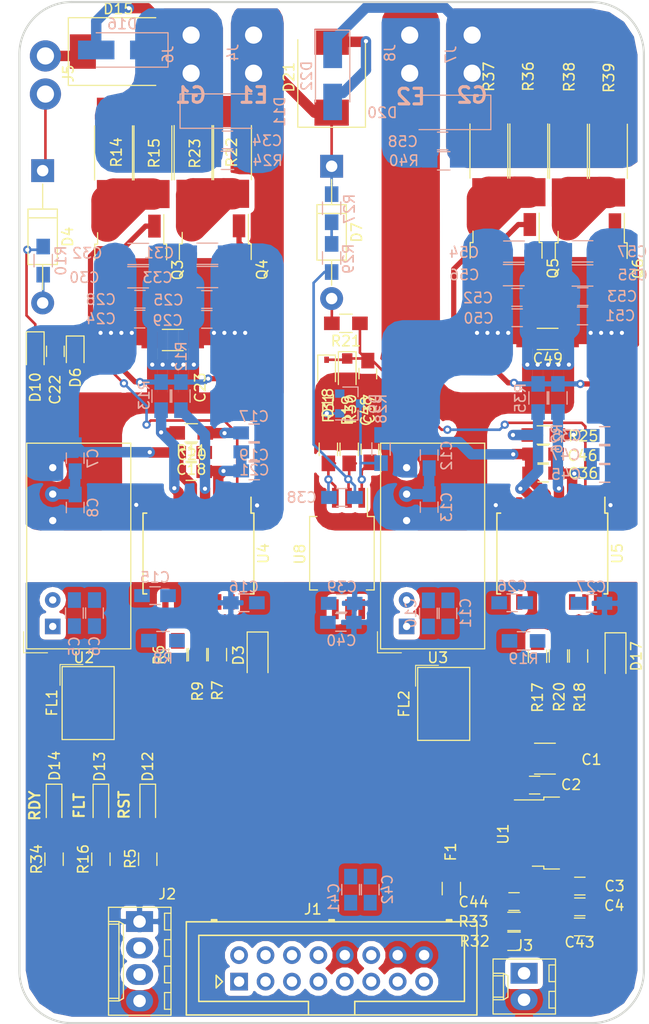
<source format=kicad_pcb>
(kicad_pcb (version 20171130) (host pcbnew no-vcs-found-e062780~61~ubuntu17.10.1)
  (layers (0 F.Cu signal) (31 B.Cu signal) (34 B.Paste user) (35 F.Paste user) (36 B.SilkS user) (37 F.SilkS user) (38 B.Mask user) (39 F.Mask user) (44 Edge.Cuts user))
  (net 0 "")
  (net 1 GND)
  (net 2 +5V)
  (net 3 "Net-(C5-Pad1)")
  (net 4 "Net-(C5-Pad2)")
  (net 5 PHASE)
  (net 6 /GD_HIGH/+VCC)
  (net 7 /GD_HIGH/-VEE)
  (net 8 "Net-(C10-Pad1)")
  (net 9 "Net-(C10-Pad2)")
  (net 10 /GD_LOW/E)
  (net 11 /GD_LOW/+VCC)
  (net 12 /GD_LOW/-VEE)
  (net 13 "Net-(C15-Pad1)")
  (net 14 /GD_HIGH/G)
  (net 15 "Net-(C26-Pad1)")
  (net 16 /GD_LOW/G)
  (net 17 "Net-(C37-Pad1)")
  (net 18 PWM_H)
  (net 19 PWM_L)
  (net 20 "Net-(C44-Pad1)")
  (net 21 "Net-(D4-Pad2)")
  (net 22 /GD_HIGH/C)
  (net 23 "Net-(D7-Pad2)")
  (net 24 "Net-(F1-Pad1)")
  (net 25 TEMP)
  (net 26 RST)
  (net 27 Vout-)
  (net 28 Vout+)
  (net 29 I+)
  (net 30 I-)
  (net 31 "Net-(R27-Pad1)")
  (net 32 "Net-(C38-Pad1)")
  (net 33 "Net-(C38-Pad2)")
  (net 34 "Net-(D12-Pad2)")
  (net 35 "Net-(D13-Pad2)")
  (net 36 "Net-(D14-Pad2)")
  (net 37 VCC_IN)
  (net 38 FLT)
  (net 39 RDY)
  (net 40 "Net-(C17-Pad1)")
  (net 41 "Net-(C18-Pad2)")
  (net 42 "Net-(C22-Pad1)")
  (net 43 "Net-(C35-Pad1)")
  (net 44 "Net-(C36-Pad2)")
  (net 45 "Net-(C48-Pad1)")
  (net 46 "Net-(Q3-Pad1)")
  (net 47 "Net-(Q3-Pad3)")
  (net 48 "Net-(Q4-Pad3)")
  (net 49 "Net-(Q5-Pad1)")
  (net 50 "Net-(Q5-Pad3)")
  (net 51 "Net-(Q6-Pad3)")
  (net 52 "Net-(R11-Pad2)")
  (net 53 "Net-(R12-Pad2)")
  (net 54 "Net-(R25-Pad2)")
  (net 55 "Net-(R26-Pad2)")
  (net 56 "Net-(D15-Pad2)")
  (net 57 "Net-(D21-Pad2)")
  (module Capacitors_SMD:C_0805_HandSoldering (layer B.Cu) (at 33.7058 85.1916 90)
    (fp_text reference C42 (at 0.0254 1.651 90) (layer B.SilkS) (effects (justify mirror)))
    (fp_text value 100n)
    (pad 2 smd rect (at 1.25 0 90) (size 1.5 1.25) (layers B.Cu B.Paste B.Mask) (net 1 GND))
    (pad 1 smd rect (at -1.25 0 90) (size 1.5 1.25) (layers B.Cu B.Paste B.Mask) (net 19 PWM_L))
  )
  (module Resistors_SMD:R_0805_HandSoldering (layer F.Cu) (at 12.3316 82.2686 90)
    (fp_text reference R5 (at 0.0508 -1.6764 90) (layer F.SilkS))
    (fp_text value 1k)
    (pad 2 smd rect (at 1.35 0 90) (size 1.5 1.3) (layers F.Cu F.Paste F.Mask) (net 34 "Net-(D12-Pad2)"))
    (pad 1 smd rect (at -1.35 0 90) (size 1.5 1.3) (layers F.Cu F.Paste F.Mask) (net 2 +5V))
  )
  (module Capacitors_SMD:C_1210_HandSoldering (layer F.Cu) (at 50.4952 72.6186)
    (fp_text reference C1 (at 4.4704 0.0889) (layer F.SilkS))
    (fp_text value 10u)
    (pad 2 smd rect (at 2 0) (size 2 2.5) (layers F.Cu F.Paste F.Mask) (net 1 GND))
    (pad 1 smd rect (at -2 0) (size 2 2.5) (layers F.Cu F.Paste F.Mask) (net 37 VCC_IN))
  )
  (module Capacitors_SMD:C_0805_HandSoldering (layer F.Cu) (at 49.5046 75.1586)
    (fp_text reference C2 (at 3.5052 -0.0381) (layer F.SilkS))
    (fp_text value 100n)
    (pad 1 smd rect (at -1.25 0) (size 1.5 1.25) (layers F.Cu F.Paste F.Mask) (net 37 VCC_IN))
    (pad 2 smd rect (at 1.25 0) (size 1.5 1.25) (layers F.Cu F.Paste F.Mask) (net 1 GND))
  )
  (module Capacitors_SMD:C_0805_HandSoldering (layer F.Cu) (at 53.848 84.8487)
    (fp_text reference C3 (at 3.3401 0) (layer F.SilkS))
    (fp_text value 100n)
    (pad 1 smd rect (at -1.25 0) (size 1.5 1.25) (layers F.Cu F.Paste F.Mask) (net 2 +5V))
    (pad 2 smd rect (at 1.25 0) (size 1.5 1.25) (layers F.Cu F.Paste F.Mask) (net 1 GND))
  )
  (module Capacitors_SMD:C_0805_HandSoldering (layer F.Cu) (at 53.848 86.8426)
    (fp_text reference C4 (at 3.302 -0.1143) (layer F.SilkS))
    (fp_text value 1u)
    (pad 2 smd rect (at 1.25 0) (size 1.5 1.25) (layers F.Cu F.Paste F.Mask) (net 1 GND))
    (pad 1 smd rect (at -1.25 0) (size 1.5 1.25) (layers F.Cu F.Paste F.Mask) (net 2 +5V))
  )
  (module Capacitors_SMD:C_0805_HandSoldering (layer B.Cu) (at 5.2832 58.6486 90)
    (fp_text reference C5 (at -3.2004 0 90) (layer B.SilkS) (effects (justify mirror)))
    (fp_text value 100n)
    (pad 1 smd rect (at -1.25 0 90) (size 1.5 1.25) (layers B.Cu B.Paste B.Mask) (net 3 "Net-(C5-Pad1)"))
    (pad 2 smd rect (at 1.25 0 90) (size 1.5 1.25) (layers B.Cu B.Paste B.Mask) (net 4 "Net-(C5-Pad2)"))
  )
  (module Capacitors_SMD:C_0805_HandSoldering (layer B.Cu) (at 7.2136 58.6486 90)
    (fp_text reference C6 (at -3.175 0 90) (layer B.SilkS) (effects (justify mirror)))
    (fp_text value 1u)
    (pad 2 smd rect (at 1.25 0 90) (size 1.5 1.25) (layers B.Cu B.Paste B.Mask) (net 4 "Net-(C5-Pad2)"))
    (pad 1 smd rect (at -1.25 0 90) (size 1.5 1.25) (layers B.Cu B.Paste B.Mask) (net 3 "Net-(C5-Pad1)"))
  )
  (module Capacitors_SMD:C_0805_HandSoldering (layer B.Cu) (at 5.3594 43.7769 270)
    (fp_text reference C7 (at 0.0127 -1.7018 270) (layer B.SilkS) (effects (justify mirror)))
    (fp_text value 1u)
    (pad 2 smd rect (at 1.25 0 270) (size 1.5 1.25) (layers B.Cu B.Paste B.Mask) (net 5 PHASE))
    (pad 1 smd rect (at -1.25 0 270) (size 1.5 1.25) (layers B.Cu B.Paste B.Mask) (net 6 /GD_HIGH/+VCC))
  )
  (module Capacitors_SMD:C_0805_HandSoldering (layer B.Cu) (at 5.3594 48.514 270)
    (fp_text reference C8 (at 0 -1.7018 270) (layer B.SilkS) (effects (justify mirror)))
    (fp_text value 1u)
    (pad 1 smd rect (at -1.25 0 270) (size 1.5 1.25) (layers B.Cu B.Paste B.Mask) (net 5 PHASE))
    (pad 2 smd rect (at 1.25 0 270) (size 1.5 1.25) (layers B.Cu B.Paste B.Mask) (net 7 /GD_HIGH/-VEE))
  )
  (module Capacitors_SMD:C_0805_HandSoldering (layer B.Cu) (at 39.2938 58.674 90)
    (fp_text reference C10 (at 0.0381 -1.6764 90) (layer B.SilkS) (effects (justify mirror)))
    (fp_text value 100n)
    (pad 1 smd rect (at -1.25 0 90) (size 1.5 1.25) (layers B.Cu B.Paste B.Mask) (net 8 "Net-(C10-Pad1)"))
    (pad 2 smd rect (at 1.25 0 90) (size 1.5 1.25) (layers B.Cu B.Paste B.Mask) (net 9 "Net-(C10-Pad2)"))
  )
  (module Capacitors_SMD:C_0805_HandSoldering (layer B.Cu) (at 41.1734 58.674 90)
    (fp_text reference C11 (at 0.0381 1.7018 90) (layer B.SilkS) (effects (justify mirror)))
    (fp_text value 1u)
    (pad 2 smd rect (at 1.25 0 90) (size 1.5 1.25) (layers B.Cu B.Paste B.Mask) (net 9 "Net-(C10-Pad2)"))
    (pad 1 smd rect (at -1.25 0 90) (size 1.5 1.25) (layers B.Cu B.Paste B.Mask) (net 8 "Net-(C10-Pad1)"))
  )
  (module Capacitors_SMD:C_0805_HandSoldering (layer B.Cu) (at 39.37 43.4784 270)
    (fp_text reference C12 (at 0.0508 -1.6764 270) (layer B.SilkS) (effects (justify mirror)))
    (fp_text value 1u)
    (pad 2 smd rect (at 1.25 0 270) (size 1.5 1.25) (layers B.Cu B.Paste B.Mask) (net 10 /GD_LOW/E))
    (pad 1 smd rect (at -1.25 0 270) (size 1.5 1.25) (layers B.Cu B.Paste B.Mask) (net 11 /GD_LOW/+VCC))
  )
  (module Capacitors_SMD:C_0805_HandSoldering (layer B.Cu) (at 39.37 48.4784 270)
    (fp_text reference C13 (at 0 -1.6764 270) (layer B.SilkS) (effects (justify mirror)))
    (fp_text value 1u)
    (pad 1 smd rect (at -1.25 0 270) (size 1.5 1.25) (layers B.Cu B.Paste B.Mask) (net 10 /GD_LOW/E))
    (pad 2 smd rect (at 1.25 0 270) (size 1.5 1.25) (layers B.Cu B.Paste B.Mask) (net 12 /GD_LOW/-VEE))
  )
  (module Capacitors_SMD:C_0805_HandSoldering (layer B.Cu) (at 13.0302 56.9722 180)
    (fp_text reference C15 (at 0 1.75 180) (layer B.SilkS) (effects (justify mirror)))
    (fp_text value 100n)
    (pad 1 smd rect (at -1.25 0 180) (size 1.5 1.25) (layers B.Cu B.Paste B.Mask) (net 13 "Net-(C15-Pad1)"))
    (pad 2 smd rect (at 1.25 0 180) (size 1.5 1.25) (layers B.Cu B.Paste B.Mask) (net 1 GND))
  )
  (module Capacitors_SMD:C_0805_HandSoldering (layer B.Cu) (at 21.5646 57.658)
    (fp_text reference C16 (at 0 -1.524) (layer B.SilkS) (effects (justify mirror)))
    (fp_text value 100n)
    (pad 2 smd rect (at 1.25 0) (size 1.5 1.25) (layers B.Cu B.Paste B.Mask) (net 1 GND))
    (pad 1 smd rect (at -1.25 0) (size 1.5 1.25) (layers B.Cu B.Paste B.Mask) (net 2 +5V))
  )
  (module Capacitors_SMD:C_0805_HandSoldering (layer B.Cu) (at 22.5552 41.3512)
    (fp_text reference C17 (at -0.0224 -1.5748) (layer B.SilkS) (effects (justify mirror)))
    (fp_text value 15n)
    (pad 1 smd rect (at -1.25 0) (size 1.5 1.25) (layers B.Cu B.Paste B.Mask) (net 40 "Net-(C17-Pad1)"))
    (pad 2 smd rect (at 1.25 0) (size 1.5 1.25) (layers B.Cu B.Paste B.Mask) (net 7 /GD_HIGH/-VEE))
  )
  (module Capacitors_SMD:C_0805_HandSoldering (layer F.Cu) (at 16.51 43.2308)
    (fp_text reference C18 (at 0 1.63) (layer F.SilkS))
    (fp_text value 100n)
    (pad 1 smd rect (at -1.25 0) (size 1.5 1.25) (layers F.Cu F.Paste F.Mask) (net 6 /GD_HIGH/+VCC))
    (pad 2 smd rect (at 1.25 0) (size 1.5 1.25) (layers F.Cu F.Paste F.Mask) (net 41 "Net-(C18-Pad2)"))
  )
  (module Capacitors_SMD:C_0805_HandSoldering (layer B.Cu) (at 22.567466 44.999107)
    (fp_text reference C19 (at -0.0254 -1.524) (layer B.SilkS) (effects (justify mirror)))
    (fp_text value 100n)
    (pad 2 smd rect (at 1.25 0) (size 1.5 1.25) (layers B.Cu B.Paste B.Mask) (net 7 /GD_HIGH/-VEE))
    (pad 1 smd rect (at -1.25 0) (size 1.5 1.25) (layers B.Cu B.Paste B.Mask) (net 41 "Net-(C18-Pad2)"))
  )
  (module Capacitors_SMD:C_0805_HandSoldering (layer F.Cu) (at 16.51 45.0596)
    (fp_text reference C20 (at 0.0508 -1.6256) (layer F.SilkS))
    (fp_text value 1u)
    (pad 2 smd rect (at 1.25 0) (size 1.5 1.25) (layers F.Cu F.Paste F.Mask) (net 41 "Net-(C18-Pad2)"))
    (pad 1 smd rect (at -1.25 0) (size 1.5 1.25) (layers F.Cu F.Paste F.Mask) (net 6 /GD_HIGH/+VCC))
  )
  (module Capacitors_SMD:C_0805_HandSoldering (layer F.Cu) (at 3.4544 33.5226 270)
    (fp_text reference C22 (at 3.6776 0.0254 90) (layer F.SilkS))
    (fp_text value 220p)
    (pad 2 smd rect (at 1.25 0 270) (size 1.5 1.25) (layers F.Cu F.Paste F.Mask) (net 5 PHASE))
    (pad 1 smd rect (at -1.25 0 270) (size 1.5 1.25) (layers F.Cu F.Paste F.Mask) (net 42 "Net-(C22-Pad1)"))
  )
  (module Capacitors_SMD:C_0805_HandSoldering (layer B.Cu) (at 18.0086 28.5496)
    (fp_text reference C25 (at -3.68808 0.05334) (layer B.SilkS) (effects (justify mirror)))
    (fp_text value 100n)
    (pad 1 smd rect (at -1.25 0) (size 1.5 1.25) (layers B.Cu B.Paste B.Mask) (net 5 PHASE))
    (pad 2 smd rect (at 1.25 0) (size 1.5 1.25) (layers B.Cu B.Paste B.Mask) (net 7 /GD_HIGH/-VEE))
  )
  (module Capacitors_SMD:C_0805_HandSoldering (layer B.Cu) (at 47.3456 57.658 180)
    (fp_text reference C26 (at 0 1.5875 180) (layer B.SilkS) (effects (justify mirror)))
    (fp_text value 100n)
    (pad 2 smd rect (at 1.25 0 180) (size 1.5 1.25) (layers B.Cu B.Paste B.Mask) (net 1 GND))
    (pad 1 smd rect (at -1.25 0 180) (size 1.5 1.25) (layers B.Cu B.Paste B.Mask) (net 15 "Net-(C26-Pad1)"))
  )
  (module Capacitors_SMD:C_0805_HandSoldering (layer B.Cu) (at 54.9656 57.7088 180)
    (fp_text reference C27 (at 0.0254 1.5748 180) (layer B.SilkS) (effects (justify mirror)))
    (fp_text value 100n)
    (pad 1 smd rect (at -1.25 0 180) (size 1.5 1.25) (layers B.Cu B.Paste B.Mask) (net 2 +5V))
    (pad 2 smd rect (at 1.25 0 180) (size 1.5 1.25) (layers B.Cu B.Paste B.Mask) (net 1 GND))
  )
  (module Capacitors_SMD:C_0805_HandSoldering (layer B.Cu) (at 11.5824 28.5242)
    (fp_text reference C28 (at -3.7592 0.0254) (layer B.SilkS) (effects (justify mirror)))
    (fp_text value 1u)
    (pad 2 smd rect (at 1.25 0) (size 1.5 1.25) (layers B.Cu B.Paste B.Mask) (net 5 PHASE))
    (pad 1 smd rect (at -1.25 0) (size 1.5 1.25) (layers B.Cu B.Paste B.Mask) (net 6 /GD_HIGH/+VCC))
  )
  (module Capacitors_SMD:C_0805_HandSoldering (layer B.Cu) (at 18.0086 30.4546)
    (fp_text reference C29 (at -3.758305 0.104073) (layer B.SilkS) (effects (justify mirror)))
    (fp_text value 1u)
    (pad 1 smd rect (at -1.25 0) (size 1.5 1.25) (layers B.Cu B.Paste B.Mask) (net 5 PHASE))
    (pad 2 smd rect (at 1.25 0) (size 1.5 1.25) (layers B.Cu B.Paste B.Mask) (net 7 /GD_HIGH/-VEE))
  )
  (module Capacitors_SMD:C_1206_HandSoldering (layer B.Cu) (at 11.422146 24.178672)
    (fp_text reference C32 (at -4.9022 -0.0762) (layer B.SilkS) (effects (justify mirror)))
    (fp_text value 10u)
    (pad 2 smd rect (at 2 0) (size 2 1.6) (layers B.Cu B.Paste B.Mask) (net 5 PHASE))
    (pad 1 smd rect (at -2 0) (size 2 1.6) (layers B.Cu B.Paste B.Mask) (net 6 /GD_HIGH/+VCC))
  )
  (module Capacitors_SMD:C_0805_HandSoldering (layer B.Cu) (at 19.9898 13.2334)
    (fp_text reference C34 (at 3.81 0.0762) (layer B.SilkS) (effects (justify mirror)))
    (fp_text value 0.22u)
    (pad 1 smd rect (at -1.25 0) (size 1.5 1.25) (layers B.Cu B.Paste B.Mask) (net 14 /GD_HIGH/G))
    (pad 2 smd rect (at 1.25 0) (size 1.5 1.25) (layers B.Cu B.Paste B.Mask) (net 5 PHASE))
  )
  (module Capacitors_SMD:C_0805_HandSoldering (layer F.Cu) (at 50.3174 45.212)
    (fp_text reference C36 (at 3.8481 0.0127) (layer F.SilkS))
    (fp_text value 100n)
    (pad 2 smd rect (at 1.25 0) (size 1.5 1.25) (layers F.Cu F.Paste F.Mask) (net 44 "Net-(C36-Pad2)"))
    (pad 1 smd rect (at -1.25 0) (size 1.5 1.25) (layers F.Cu F.Paste F.Mask) (net 11 /GD_LOW/+VCC))
  )
  (module Capacitors_SMD:C_0805_HandSoldering (layer F.Cu) (at 33.6804 42.9276 90)
    (fp_text reference C37 (at 3.8624 -0.0508 90) (layer F.SilkS))
    (fp_text value 100n)
    (pad 2 smd rect (at 1.25 0 90) (size 1.5 1.25) (layers F.Cu F.Paste F.Mask) (net 10 /GD_LOW/E))
    (pad 1 smd rect (at -1.25 0 90) (size 1.5 1.25) (layers F.Cu F.Paste F.Mask) (net 17 "Net-(C37-Pad1)"))
  )
  (module Capacitors_SMD:C_0805_HandSoldering (layer B.Cu) (at 30.9626 57.7088 180)
    (fp_text reference C39 (at -0.0254 1.5748 180) (layer B.SilkS) (effects (justify mirror)))
    (fp_text value 100n)
    (pad 1 smd rect (at -1.25 0 180) (size 1.5 1.25) (layers B.Cu B.Paste B.Mask) (net 2 +5V))
    (pad 2 smd rect (at 1.25 0 180) (size 1.5 1.25) (layers B.Cu B.Paste B.Mask) (net 1 GND))
  )
  (module Capacitors_SMD:C_0805_HandSoldering (layer B.Cu) (at 30.8864 59.5376 180)
    (fp_text reference C40 (at -0.0508 -1.7526 180) (layer B.SilkS) (effects (justify mirror)))
    (fp_text value 2.2u)
    (pad 2 smd rect (at 1.25 0 180) (size 1.5 1.25) (layers B.Cu B.Paste B.Mask) (net 1 GND))
    (pad 1 smd rect (at -1.25 0 180) (size 1.5 1.25) (layers B.Cu B.Paste B.Mask) (net 2 +5V))
  )
  (module Capacitors_SMD:C_0805_HandSoldering (layer B.Cu) (at 31.8262 85.1916 90)
    (fp_text reference C41 (at -0.8128 -1.6256 90) (layer B.SilkS) (effects (justify mirror)))
    (fp_text value 100n)
    (pad 1 smd rect (at -1.25 0 90) (size 1.5 1.25) (layers B.Cu B.Paste B.Mask) (net 18 PWM_H))
    (pad 2 smd rect (at 1.25 0 90) (size 1.5 1.25) (layers B.Cu B.Paste B.Mask) (net 1 GND))
  )
  (module Capacitors_SMD:C_0805_HandSoldering (layer F.Cu) (at 53.8226 88.773)
    (fp_text reference C43 (at 0.00254 1.46558) (layer F.SilkS))
    (fp_text value 1u)
    (pad 1 smd rect (at -1.25 0) (size 1.5 1.25) (layers F.Cu F.Paste F.Mask) (net 2 +5V))
    (pad 2 smd rect (at 1.25 0) (size 1.5 1.25) (layers F.Cu F.Paste F.Mask) (net 1 GND))
  )
  (module Capacitors_SMD:C_0805_HandSoldering (layer F.Cu) (at 47.5234 86.3346 180)
    (fp_text reference C44 (at 3.8862 -0.0508 180) (layer F.SilkS))
    (fp_text value 1u)
    (pad 2 smd rect (at 1.25 0 180) (size 1.5 1.25) (layers F.Cu F.Paste F.Mask) (net 1 GND))
    (pad 1 smd rect (at -1.25 0 180) (size 1.5 1.25) (layers F.Cu F.Paste F.Mask) (net 20 "Net-(C44-Pad1)"))
  )
  (module Diodes_SMD:D_SOD-123 (layer F.Cu) (at 22.8854 62.7126 270)
    (fp_text reference D3 (at -0.0124 1.8384 270) (layer F.SilkS))
    (fp_text value 1N4148W)
    (pad 1 smd rect (at -1.65 0 270) (size 0.9 1.2) (layers F.Cu F.Paste F.Mask) (net 38 FLT))
    (pad 2 smd rect (at 1.65 0 270) (size 0.9 1.2) (layers F.Cu F.Paste F.Mask) (net 13 "Net-(C15-Pad1)"))
  )
  (module Connectors_Molex:Molex_KK-6410-04_04x2.54mm_Straight (layer F.Cu) (at 11.5443 88.2523 270)
    (fp_text reference J2 (at -2.63398 -2.66446) (layer F.SilkS))
    (fp_text value Current)
    (pad 4 thru_hole oval (at 7.62 0 270) (size 2 2.6) (drill 1.2) (layers *.Cu *.Mask) (net 1 GND))
    (pad 3 thru_hole oval (at 5.08 0 270) (size 2 2.6) (drill 1.2) (layers *.Cu *.Mask) (net 30 I-))
    (pad 2 thru_hole oval (at 2.54 0 270) (size 2 2.6) (drill 1.2) (layers *.Cu *.Mask) (net 29 I+))
    (pad 1 thru_hole rect (at 0 0 270) (size 2 2.6) (drill 1.2) (layers *.Cu *.Mask) (net 2 +5V))
  )
  (module Connectors_Molex:Molex_KK-6410-02_02x2.54mm_Straight (layer F.Cu) (at 48.4886 93.218 270)
    (fp_text reference J3 (at -2.667 -0.0254) (layer F.SilkS))
    (fp_text value TEMP)
    (pad 2 thru_hole oval (at 2.54 0 270) (size 2 2.6) (drill 1.2) (layers *.Cu *.Mask) (net 1 GND))
    (pad 1 thru_hole rect (at 0 0 270) (size 2 2.6) (drill 1.2) (layers *.Cu *.Mask) (net 20 "Net-(C44-Pad1)"))
  )
  (module Resistors_SMD:R_0805_HandSoldering (layer F.Cu) (at 15.2146 62.6618 270)
    (fp_text reference R6 (at 0 1.8161 270) (layer F.SilkS))
    (fp_text value 1k)
    (pad 2 smd rect (at 1.35 0 270) (size 1.5 1.3) (layers F.Cu F.Paste F.Mask) (net 18 PWM_H))
    (pad 1 smd rect (at -1.35 0 270) (size 1.5 1.3) (layers F.Cu F.Paste F.Mask) (net 13 "Net-(C15-Pad1)"))
  )
  (module Resistors_SMD:R_0805_HandSoldering (layer F.Cu) (at 19.0246 62.6364 90)
    (fp_text reference R7 (at -3.4417 0 90) (layer F.SilkS))
    (fp_text value 10k)
    (pad 1 smd rect (at -1.35 0 90) (size 1.5 1.3) (layers F.Cu F.Paste F.Mask) (net 2 +5V))
    (pad 2 smd rect (at 1.35 0 90) (size 1.5 1.3) (layers F.Cu F.Paste F.Mask) (net 38 FLT))
  )
  (module Resistors_SMD:R_0805_HandSoldering (layer B.Cu) (at 13.7922 61.2902)
    (fp_text reference R8 (at 0 1.7) (layer B.SilkS) (effects (justify mirror)))
    (fp_text value 47k)
    (pad 1 smd rect (at -1.35 0) (size 1.5 1.3) (layers B.Cu B.Paste B.Mask) (net 1 GND))
    (pad 2 smd rect (at 1.35 0) (size 1.5 1.3) (layers B.Cu B.Paste B.Mask) (net 13 "Net-(C15-Pad1)"))
  )
  (module Resistors_SMD:R_0805_HandSoldering (layer F.Cu) (at 17.1196 62.6364 90)
    (fp_text reference R9 (at -3.5179 0 90) (layer F.SilkS))
    (fp_text value 10k)
    (pad 2 smd rect (at 1.35 0 90) (size 1.5 1.3) (layers F.Cu F.Paste F.Mask) (net 39 RDY))
    (pad 1 smd rect (at -1.35 0 90) (size 1.5 1.3) (layers F.Cu F.Paste F.Mask) (net 2 +5V))
  )
  (module Resistors_SMD:R_0805_HandSoldering (layer B.Cu) (at 2.286 24.8158 90)
    (fp_text reference R10 (at 0 1.7 90) (layer B.SilkS) (effects (justify mirror)))
    (fp_text value 10k)
    (pad 2 smd rect (at 1.35 0 90) (size 1.5 1.3) (layers B.Cu B.Paste B.Mask) (net 42 "Net-(C22-Pad1)"))
    (pad 1 smd rect (at -1.35 0 90) (size 1.5 1.3) (layers B.Cu B.Paste B.Mask) (net 21 "Net-(D4-Pad2)"))
  )
  (module Resistors_SMD:R_0805_HandSoldering (layer F.Cu) (at 7.8316 82.2686 90)
    (fp_text reference R16 (at 0 -1.7 90) (layer F.SilkS))
    (fp_text value 1k)
    (pad 1 smd rect (at -1.35 0 90) (size 1.5 1.3) (layers F.Cu F.Paste F.Mask) (net 2 +5V))
    (pad 2 smd rect (at 1.35 0 90) (size 1.5 1.3) (layers F.Cu F.Paste F.Mask) (net 35 "Net-(D13-Pad2)"))
  )
  (module Resistors_SMD:R_0805_HandSoldering (layer F.Cu) (at 49.784 62.7888 270)
    (fp_text reference R17 (at 3.9662 0 270) (layer F.SilkS))
    (fp_text value 1k)
    (pad 1 smd rect (at -1.35 0 270) (size 1.5 1.3) (layers F.Cu F.Paste F.Mask) (net 15 "Net-(C26-Pad1)"))
    (pad 2 smd rect (at 1.35 0 270) (size 1.5 1.3) (layers F.Cu F.Paste F.Mask) (net 19 PWM_L))
  )
  (module Resistors_SMD:R_0805_HandSoldering (layer F.Cu) (at 53.721 62.7634 90)
    (fp_text reference R18 (at -3.9624 0.1143 90) (layer F.SilkS))
    (fp_text value 10k)
    (pad 2 smd rect (at 1.35 0 90) (size 1.5 1.3) (layers F.Cu F.Paste F.Mask) (net 38 FLT))
    (pad 1 smd rect (at -1.35 0 90) (size 1.5 1.3) (layers F.Cu F.Paste F.Mask) (net 2 +5V))
  )
  (module Resistors_SMD:R_0805_HandSoldering (layer B.Cu) (at 48.4378 61.3156)
    (fp_text reference R19 (at 0 1.7) (layer B.SilkS) (effects (justify mirror)))
    (fp_text value 47k)
    (pad 2 smd rect (at 1.35 0) (size 1.5 1.3) (layers B.Cu B.Paste B.Mask) (net 15 "Net-(C26-Pad1)"))
    (pad 1 smd rect (at -1.35 0) (size 1.5 1.3) (layers B.Cu B.Paste B.Mask) (net 1 GND))
  )
  (module Resistors_SMD:R_0805_HandSoldering (layer F.Cu) (at 51.7906 62.7634 90)
    (fp_text reference R20 (at -3.9243 0.0762 90) (layer F.SilkS))
    (fp_text value 10k)
    (pad 2 smd rect (at 1.35 0 90) (size 1.5 1.3) (layers F.Cu F.Paste F.Mask) (net 39 RDY))
    (pad 1 smd rect (at -1.35 0 90) (size 1.5 1.3) (layers F.Cu F.Paste F.Mask) (net 2 +5V))
  )
  (module Resistors_SMD:R_0805_HandSoldering (layer F.Cu) (at 31.369 30.8356)
    (fp_text reference R21 (at 0 1.7018) (layer F.SilkS))
    (fp_text value 10k)
    (pad 1 smd rect (at -1.35 0) (size 1.5 1.3) (layers F.Cu F.Paste F.Mask) (net 23 "Net-(D7-Pad2)"))
    (pad 2 smd rect (at 1.35 0) (size 1.5 1.3) (layers F.Cu F.Paste F.Mask) (net 45 "Net-(C48-Pad1)"))
  )
  (module Resistors_SMD:R_0805_HandSoldering (layer B.Cu) (at 51.7398 37.9984 270)
    (fp_text reference R26 (at 3.9116 0.0889 270) (layer B.SilkS) (effects (justify mirror)))
    (fp_text value 12)
    (pad 1 smd rect (at -1.35 0 270) (size 1.5 1.3) (layers B.Cu B.Paste B.Mask) (net 49 "Net-(Q5-Pad1)"))
    (pad 2 smd rect (at 1.35 0 270) (size 1.5 1.3) (layers B.Cu B.Paste B.Mask) (net 55 "Net-(R26-Pad2)"))
  )
  (module Resistors_SMD:R_0805_HandSoldering (layer B.Cu) (at 30 19.7866 90)
    (fp_text reference R27 (at -0.05842 1.7096 90) (layer B.SilkS) (effects (justify mirror)))
    (fp_text value 1M)
    (pad 1 smd rect (at -1.35 0 90) (size 1.5 1.3) (layers B.Cu B.Paste B.Mask) (net 31 "Net-(R27-Pad1)"))
    (pad 2 smd rect (at 1.35 0 90) (size 1.5 1.3) (layers B.Cu B.Paste B.Mask) (net 5 PHASE))
  )
  (module Resistors_SMD:R_0805_HandSoldering (layer B.Cu) (at 34.7472 42.9006 90)
    (fp_text reference R28 (at 3.8624 0.0127 90) (layer B.SilkS) (effects (justify mirror)))
    (fp_text value 200)
    (pad 2 smd rect (at 1.35 0 90) (size 1.5 1.3) (layers B.Cu B.Paste B.Mask) (net 11 /GD_LOW/+VCC))
    (pad 1 smd rect (at -1.35 0 90) (size 1.5 1.3) (layers B.Cu B.Paste B.Mask) (net 17 "Net-(C37-Pad1)"))
  )
  (module Resistors_SMD:R_0805_HandSoldering (layer B.Cu) (at 30 24.5618 90)
    (fp_text reference R29 (at -0.074 1.608 90) (layer B.SilkS) (effects (justify mirror)))
    (fp_text value 1M)
    (pad 2 smd rect (at 1.35 0 90) (size 1.5 1.3) (layers B.Cu B.Paste B.Mask) (net 31 "Net-(R27-Pad1)"))
    (pad 1 smd rect (at -1.35 0 90) (size 1.5 1.3) (layers B.Cu B.Paste B.Mask) (net 32 "Net-(C38-Pad1)"))
  )
  (module Resistors_SMD:R_0805_HandSoldering (layer F.Cu) (at 31.6858 42.9276 270)
    (fp_text reference R30 (at -3.8735 -0.1524 270) (layer F.SilkS))
    (fp_text value 1k)
    (pad 2 smd rect (at 1.35 0 270) (size 1.5 1.3) (layers F.Cu F.Paste F.Mask) (net 32 "Net-(C38-Pad1)"))
    (pad 1 smd rect (at -1.35 0 270) (size 1.5 1.3) (layers F.Cu F.Paste F.Mask) (net 10 /GD_LOW/E))
  )
  (module Resistors_SMD:R_0805_HandSoldering (layer F.Cu) (at 29.6858 42.9276 270)
    (fp_text reference R31 (at -3.9751 -0.0127 270) (layer F.SilkS))
    (fp_text value 1k)
    (pad 1 smd rect (at -1.35 0 270) (size 1.5 1.3) (layers F.Cu F.Paste F.Mask) (net 10 /GD_LOW/E))
    (pad 2 smd rect (at 1.35 0 270) (size 1.5 1.3) (layers F.Cu F.Paste F.Mask) (net 33 "Net-(C38-Pad2)"))
  )
  (module Resistors_SMD:R_0805_HandSoldering (layer F.Cu) (at 47.5234 90.1446 180)
    (fp_text reference R32 (at 3.7846 0 180) (layer F.SilkS))
    (fp_text value R)
    (pad 1 smd rect (at -1.35 0 180) (size 1.5 1.3) (layers F.Cu F.Paste F.Mask) (net 20 "Net-(C44-Pad1)"))
    (pad 2 smd rect (at 1.35 0 180) (size 1.5 1.3) (layers F.Cu F.Paste F.Mask) (net 25 TEMP))
  )
  (module Resistors_SMD:R_0805_HandSoldering (layer F.Cu) (at 47.5234 88.2396)
    (fp_text reference R33 (at -3.8989 0) (layer F.SilkS))
    (fp_text value R)
    (pad 2 smd rect (at 1.35 0) (size 1.5 1.3) (layers F.Cu F.Paste F.Mask) (net 20 "Net-(C44-Pad1)"))
    (pad 1 smd rect (at -1.35 0) (size 1.5 1.3) (layers F.Cu F.Paste F.Mask) (net 2 +5V))
  )
  (module Capacitors_SMD:C_0805_HandSoldering (layer B.Cu) (at 30.988 47.5488 180)
    (fp_text reference C38 (at 3.8608 0) (layer B.SilkS) (effects (justify mirror)))
    (fp_text value 330p)
    (pad 1 smd rect (at -1.25 0 180) (size 1.5 1.25) (layers B.Cu B.Paste B.Mask) (net 32 "Net-(C38-Pad1)"))
    (pad 2 smd rect (at 1.25 0 180) (size 1.5 1.25) (layers B.Cu B.Paste B.Mask) (net 33 "Net-(C38-Pad2)"))
  )
  (module Diodes_SMD:D_SOT-23_ANK (layer B.Cu) (at 31.7754 38.5318)
    (fp_text reference D9 (at 2.3876 0.0127 -90) (layer B.SilkS) (effects (justify mirror)))
    (fp_text value 5V)
    (pad 1 smd rect (at 1 0) (size 0.9 0.8) (layers B.Cu B.Paste B.Mask) (net 17 "Net-(C37-Pad1)"))
    (pad "" smd rect (at -1 -0.95) (size 0.9 0.8) (layers B.Cu B.Paste B.Mask))
    (pad 2 smd rect (at -1 0.95) (size 0.9 0.8) (layers B.Cu B.Paste B.Mask) (net 10 /GD_LOW/E))
  )
  (module Diodes_SMD:D_SMA_Handsoldering (layer B.Cu) (at 19.8374 10.4648)
    (fp_text reference D11 (at 5.1816 0.0508 270) (layer B.SilkS) (effects (justify mirror)))
    (fp_text value SMAJ18CA)
    (pad 2 smd rect (at 2.5 0) (size 3.5 1.8) (layers B.Cu B.Paste B.Mask) (net 5 PHASE))
    (pad 1 smd rect (at -2.5 0) (size 3.5 1.8) (layers B.Cu B.Paste B.Mask) (net 14 /GD_HIGH/G))
  )
  (module LEDs:LED_0805_HandSoldering (layer F.Cu) (at 12.3316 77.2686 270)
    (fp_text reference D12 (at -3.89 0 270) (layer F.SilkS))
    (fp_text value LED)
    (pad 1 smd rect (at -1.35 0 270) (size 1.5 1.3) (layers F.Cu F.Paste F.Mask) (net 26 RST))
    (pad 2 smd rect (at 1.35 0 270) (size 1.5 1.3) (layers F.Cu F.Paste F.Mask) (net 34 "Net-(D12-Pad2)"))
  )
  (module LEDs:LED_0805_HandSoldering (layer F.Cu) (at 7.8316 77.2686 270)
    (fp_text reference D13 (at -3.8862 0.127 270) (layer F.SilkS))
    (fp_text value LED)
    (pad 2 smd rect (at 1.35 0 270) (size 1.5 1.3) (layers F.Cu F.Paste F.Mask) (net 35 "Net-(D13-Pad2)"))
    (pad 1 smd rect (at -1.35 0 270) (size 1.5 1.3) (layers F.Cu F.Paste F.Mask) (net 38 FLT))
  )
  (module Resistors_SMD:R_0805_HandSoldering (layer F.Cu) (at 41.5036 85.09 90)
    (fp_text reference F1 (at 3.5179 -0.0635 90) (layer F.SilkS))
    (fp_text value Fuse)
    (pad 1 smd rect (at -1.35 0 90) (size 1.5 1.3) (layers F.Cu F.Paste F.Mask) (net 24 "Net-(F1-Pad1)"))
    (pad 2 smd rect (at 1.35 0 90) (size 1.5 1.3) (layers F.Cu F.Paste F.Mask) (net 37 VCC_IN))
  )
  (module Resistors_SMD:R_0805_HandSoldering (layer F.Cu) (at 3.3316 82.2686 90)
    (fp_text reference R34 (at 0 -1.6764 90) (layer F.SilkS))
    (fp_text value 1k)
    (pad 2 smd rect (at 1.35 0 90) (size 1.5 1.3) (layers F.Cu F.Paste F.Mask) (net 36 "Net-(D14-Pad2)"))
    (pad 1 smd rect (at -1.35 0 90) (size 1.5 1.3) (layers F.Cu F.Paste F.Mask) (net 2 +5V))
  )
  (module Housings_SOIC:SOIC-16W_7.5x10.3mm_Pitch1.27mm (layer F.Cu) (at 17.2032 52.9276 270)
    (fp_text reference U4 (at 0 -6.25 270) (layer F.SilkS))
    (fp_text value ISO5852SDWR)
    (pad 16 smd rect (at 4.65 -4.445 270) (size 1.5 0.6) (layers F.Cu F.Paste F.Mask) (net 1 GND))
    (pad 15 smd rect (at 4.65 -3.175 270) (size 1.5 0.6) (layers F.Cu F.Paste F.Mask) (net 2 +5V))
    (pad 14 smd rect (at 4.65 -1.905 270) (size 1.5 0.6) (layers F.Cu F.Paste F.Mask) (net 26 RST))
    (pad 13 smd rect (at 4.65 -0.635 270) (size 1.5 0.6) (layers F.Cu F.Paste F.Mask) (net 38 FLT))
    (pad 12 smd rect (at 4.65 0.635 270) (size 1.5 0.6) (layers F.Cu F.Paste F.Mask) (net 39 RDY))
    (pad 11 smd rect (at 4.65 1.905 270) (size 1.5 0.6) (layers F.Cu F.Paste F.Mask) (net 1 GND))
    (pad 10 smd rect (at 4.65 3.175 270) (size 1.5 0.6) (layers F.Cu F.Paste F.Mask) (net 13 "Net-(C15-Pad1)"))
    (pad 9 smd rect (at 4.65 4.445 270) (size 1.5 0.6) (layers F.Cu F.Paste F.Mask) (net 1 GND))
    (pad 8 smd rect (at -4.65 4.445 270) (size 1.5 0.6) (layers F.Cu F.Paste F.Mask) (net 7 /GD_HIGH/-VEE))
    (pad 7 smd rect (at -4.65 3.175 270) (size 1.5 0.6) (layers F.Cu F.Paste F.Mask))
    (pad 6 smd rect (at -4.65 1.905 270) (size 1.5 0.6) (layers F.Cu F.Paste F.Mask) (net 52 "Net-(R11-Pad2)"))
    (pad 5 smd rect (at -4.65 0.635 270) (size 1.5 0.6) (layers F.Cu F.Paste F.Mask) (net 6 /GD_HIGH/+VCC))
    (pad 4 smd rect (at -4.65 -0.635 270) (size 1.5 0.6) (layers F.Cu F.Paste F.Mask) (net 53 "Net-(R12-Pad2)"))
    (pad 3 smd rect (at -4.65 -1.905 270) (size 1.5 0.6) (layers F.Cu F.Paste F.Mask) (net 41 "Net-(C18-Pad2)"))
    (pad 2 smd rect (at -4.65 -3.175 270) (size 1.5 0.6) (layers F.Cu F.Paste F.Mask) (net 42 "Net-(C22-Pad1)"))
    (pad 1 smd rect (at -4.65 -4.445 270) (size 1.5 0.6) (layers F.Cu F.Paste F.Mask) (net 7 /GD_HIGH/-VEE))
  )
  (module TO_SOT_Packages_SMD:TO-252-3_TabPin2 (layer F.Cu) (at 52.8574 79.7586)
    (fp_text reference U1 (at -6.3754 0.099 90) (layer F.SilkS))
    (fp_text value MC7805)
    (pad 2 smd rect (at 0.425 1.525) (size 3.05 2.75) (layers F.Cu F.Paste) (net 1 GND))
    (pad 2 smd rect (at 3.775 -1.525) (size 3.05 2.75) (layers F.Cu F.Paste) (net 1 GND))
    (pad 2 smd rect (at 0.425 -1.525) (size 3.05 2.75) (layers F.Cu F.Paste) (net 1 GND))
    (pad 2 smd rect (at 3.775 1.525) (size 3.05 2.75) (layers F.Cu F.Paste) (net 1 GND))
    (pad 2 smd rect (at 2.1 0) (size 6.4 5.8) (layers F.Cu F.Mask) (net 1 GND))
    (pad 3 smd rect (at -4.2 2.28) (size 2.2 1.2) (layers F.Cu F.Paste F.Mask) (net 2 +5V))
    (pad 2 smd rect (at -4.2 0) (size 2.2 1.2) (layers F.Cu F.Paste F.Mask) (net 1 GND))
    (pad 1 smd rect (at -4.2 -2.28) (size 2.2 1.2) (layers F.Cu F.Paste F.Mask) (net 37 VCC_IN))
  )
  (module ENNOID:Quick_fit_terminal (layer B.Cu) (at 22.5 5 270)
    (fp_text reference J4 (at -0.1402 1.9768 270) (layer B.SilkS) (effects (justify mirror)))
    (fp_text value PHASE)
    (pad 1 thru_hole circle (at 1.83 0 270) (size 3 3) (drill 1.65) (layers *.Cu *.Mask) (net 5 PHASE))
    (pad 1 thru_hole circle (at -1.83 0 270) (size 3 3) (drill 1.65) (layers *.Cu *.Mask) (net 5 PHASE))
  )
  (module ENNOID:Quick_fit_terminal (layer F.Cu) (at 2.5 7 270)
    (fp_text reference J5 (at -0.1402 -2.2008 270) (layer F.SilkS))
    (fp_text value Collector)
    (pad 1 thru_hole circle (at -1.83 0 270) (size 3 3) (drill 1.65) (layers *.Cu *.Mask) (net 22 /GD_HIGH/C))
    (pad 1 thru_hole circle (at 1.83 0 270) (size 3 3) (drill 1.65) (layers *.Cu *.Mask) (net 22 /GD_HIGH/C))
  )
  (module ENNOID:Quick_fit_terminal (layer B.Cu) (at 16.5 5 270)
    (fp_text reference J6 (at 0.0249 2.2252 270) (layer B.SilkS) (effects (justify mirror)))
    (fp_text value Gate_H)
    (pad 1 thru_hole circle (at 1.83 0 270) (size 3 3) (drill 1.65) (layers *.Cu *.Mask) (net 14 /GD_HIGH/G))
    (pad 1 thru_hole circle (at -1.83 0 270) (size 3 3) (drill 1.65) (layers *.Cu *.Mask) (net 14 /GD_HIGH/G))
  )
  (module ENNOID:Quick_fit_terminal (layer B.Cu) (at 43.5 5 270)
    (fp_text reference J7 (at 0.0376 2.0416 270) (layer B.SilkS) (effects (justify mirror)))
    (fp_text value G_L)
    (pad 1 thru_hole circle (at 1.83 0 270) (size 3 3) (drill 1.65) (layers *.Cu *.Mask) (net 16 /GD_LOW/G))
    (pad 1 thru_hole circle (at -1.83 0 270) (size 3 3) (drill 1.65) (layers *.Cu *.Mask) (net 16 /GD_LOW/G))
  )
  (module ENNOID:Quick_fit_terminal (layer B.Cu) (at 37.5 5 270)
    (fp_text reference J8 (at -0.1148 1.8948 270) (layer B.SilkS) (effects (justify mirror)))
    (fp_text value E)
    (pad 1 thru_hole circle (at -1.83 0 270) (size 3 3) (drill 1.65) (layers *.Cu *.Mask) (net 10 /GD_LOW/E))
    (pad 1 thru_hole circle (at 1.83 0 270) (size 3 3) (drill 1.65) (layers *.Cu *.Mask) (net 10 /GD_LOW/E))
  )
  (module ENNOID:SSO-8_6.8x5.9mm_Pitch1.27mm_Clearance8mm (layer F.Cu) (at 30.988 52.9276 270)
    (fp_text reference U8 (at 0.0568 4.0412 270) (layer F.SilkS))
    (fp_text value AMC1301)
    (pad 1 smd rect (at -5.3475 -1.905 270) (size 1.905 0.64) (layers F.Cu F.Paste F.Mask) (net 17 "Net-(C37-Pad1)"))
    (pad 2 smd rect (at -5.3475 -0.635 270) (size 1.905 0.64) (layers F.Cu F.Paste F.Mask) (net 32 "Net-(C38-Pad1)"))
    (pad 3 smd rect (at -5.3475 0.635 270) (size 1.905 0.64) (layers F.Cu F.Paste F.Mask) (net 33 "Net-(C38-Pad2)"))
    (pad 4 smd rect (at -5.3475 1.905 270) (size 1.905 0.64) (layers F.Cu F.Paste F.Mask) (net 10 /GD_LOW/E))
    (pad 5 smd rect (at 5.3475 1.905 270) (size 1.905 0.64) (layers F.Cu F.Paste F.Mask) (net 1 GND))
    (pad 6 smd rect (at 5.3475 0.635 270) (size 1.905 0.64) (layers F.Cu F.Paste F.Mask) (net 27 Vout-))
    (pad 7 smd rect (at 5.3475 -0.635 270) (size 1.905 0.64) (layers F.Cu F.Paste F.Mask) (net 28 Vout+))
    (pad 8 smd rect (at 5.3475 -1.905 270) (size 1.905 0.64) (layers F.Cu F.Paste F.Mask) (net 2 +5V))
  )
  (module ENNOID:Multicomp_MC9A12-1634_2x08x2.54mm_Straight (layer F.Cu) (at 21.1074 94.0181)
    (fp_text reference J1 (at 7.0866 -6.9469) (layer F.SilkS))
    (fp_text value Conn_02x08_Odd_Even)
    (pad 16 thru_hole circle (at 17.78 -2.54) (size 1.7 1.7) (drill 1) (layers *.Cu *.Mask) (net 1 GND))
    (pad 15 thru_hole circle (at 17.78 0) (size 1.7 1.7) (drill 1) (layers *.Cu *.Mask) (net 24 "Net-(F1-Pad1)"))
    (pad 14 thru_hole circle (at 15.24 -2.54) (size 1.7 1.7) (drill 1) (layers *.Cu *.Mask) (net 1 GND))
    (pad 13 thru_hole circle (at 15.24 0) (size 1.7 1.7) (drill 1) (layers *.Cu *.Mask) (net 24 "Net-(F1-Pad1)"))
    (pad 12 thru_hole circle (at 12.7 -2.54) (size 1.7 1.7) (drill 1) (layers *.Cu *.Mask) (net 19 PWM_L))
    (pad 11 thru_hole circle (at 12.7 0) (size 1.7 1.7) (drill 1) (layers *.Cu *.Mask) (net 18 PWM_H))
    (pad 10 thru_hole circle (at 10.16 -2.54) (size 1.7 1.7) (drill 1) (layers *.Cu *.Mask) (net 1 GND))
    (pad 9 thru_hole circle (at 10.16 0) (size 1.7 1.7) (drill 1) (layers *.Cu *.Mask) (net 25 TEMP))
    (pad 8 thru_hole circle (at 7.62 -2.54) (size 1.7 1.7) (drill 1) (layers *.Cu *.Mask))
    (pad 7 thru_hole circle (at 7.62 0) (size 1.7 1.7) (drill 1) (layers *.Cu *.Mask))
    (pad 6 thru_hole circle (at 5.08 -2.54) (size 1.7 1.7) (drill 1) (layers *.Cu *.Mask) (net 38 FLT))
    (pad 5 thru_hole circle (at 5.08 0) (size 1.7 1.7) (drill 1) (layers *.Cu *.Mask) (net 26 RST))
    (pad 4 thru_hole circle (at 2.54 -2.54) (size 1.7 1.7) (drill 1) (layers *.Cu *.Mask) (net 27 Vout-))
    (pad 3 thru_hole circle (at 2.54 0) (size 1.7 1.7) (drill 1) (layers *.Cu *.Mask) (net 28 Vout+))
    (pad 2 thru_hole circle (at 0 -2.54) (size 1.7 1.7) (drill 1) (layers *.Cu *.Mask) (net 29 I+))
    (pad 1 thru_hole rect (at 0 0) (size 1.7 1.7) (drill 1) (layers *.Cu *.Mask) (net 30 I-))
  )
  (module ENNOID:ACM4520 (layer F.Cu) (at 6.604 67.2846 90)
    (fp_text reference FL1 (at 0.0254 -3.4798 90) (layer F.SilkS))
    (fp_text value ACM4520)
    (pad 1 smd rect (at -2.375 -1 90) (size 1.25 0.95) (layers F.Cu F.Paste F.Mask) (net 37 VCC_IN))
    (pad 2 smd rect (at -2.375 1 90) (size 1.25 0.95) (layers F.Cu F.Paste F.Mask) (net 1 GND))
    (pad 3 smd rect (at 2.375 1 90) (size 1.25 0.95) (layers F.Cu F.Paste F.Mask) (net 4 "Net-(C5-Pad2)"))
    (pad 4 smd rect (at 2.375 -1 90) (size 1.25 0.95) (layers F.Cu F.Paste F.Mask) (net 3 "Net-(C5-Pad1)"))
  )
  (module ENNOID:ACM4520 (layer F.Cu) (at 40.767 67.3608 90)
    (fp_text reference FL2 (at 0 -3.81 90) (layer F.SilkS))
    (fp_text value ACM4520)
    (pad 4 smd rect (at 2.375 -1 90) (size 1.25 0.95) (layers F.Cu F.Paste F.Mask) (net 8 "Net-(C10-Pad1)"))
    (pad 3 smd rect (at 2.375 1 90) (size 1.25 0.95) (layers F.Cu F.Paste F.Mask) (net 9 "Net-(C10-Pad2)"))
    (pad 2 smd rect (at -2.375 1 90) (size 1.25 0.95) (layers F.Cu F.Paste F.Mask) (net 1 GND))
    (pad 1 smd rect (at -2.375 -1 90) (size 1.25 0.95) (layers F.Cu F.Paste F.Mask) (net 37 VCC_IN))
  )
  (module ENNOID:DCDC-Conv_muRata_MGJ2 (layer F.Cu) (at 3.2032 59.9276 180)
    (fp_text reference U2 (at -3 -3 180) (layer F.SilkS))
    (fp_text value MGJ2)
    (pad 7 thru_hole oval (at 0 15.24 180) (size 1.5 1.5) (drill 0.7) (layers *.Cu *.Mask) (net 6 /GD_HIGH/+VCC))
    (pad 6 thru_hole oval (at 0 12.7 180) (size 1.5 1.5) (drill 0.7) (layers *.Cu *.Mask) (net 5 PHASE))
    (pad 5 thru_hole oval (at 0 10.16 180) (size 1.5 1.5) (drill 0.7) (layers *.Cu *.Mask) (net 7 /GD_HIGH/-VEE))
    (pad 2 thru_hole oval (at 0 2.54 180) (size 1.5 1.5) (drill 0.7) (layers *.Cu *.Mask) (net 4 "Net-(C5-Pad2)"))
    (pad 1 thru_hole rect (at 0 0 180) (size 1.5 1.5) (drill 0.7) (layers *.Cu *.Mask) (net 3 "Net-(C5-Pad1)"))
  )
  (module ENNOID:DCDC-Conv_muRata_MGJ2 (layer F.Cu) (at 37.2032 59.9276 180)
    (fp_text reference U3 (at -3 -3 180) (layer F.SilkS))
    (fp_text value MGJ2)
    (pad 7 thru_hole oval (at 0 15.24 180) (size 1.5 1.5) (drill 0.7) (layers *.Cu *.Mask) (net 11 /GD_LOW/+VCC))
    (pad 6 thru_hole oval (at 0 12.7 180) (size 1.5 1.5) (drill 0.7) (layers *.Cu *.Mask) (net 10 /GD_LOW/E))
    (pad 5 thru_hole oval (at 0 10.16 180) (size 1.5 1.5) (drill 0.7) (layers *.Cu *.Mask) (net 12 /GD_LOW/-VEE))
    (pad 2 thru_hole oval (at 0 2.54 180) (size 1.5 1.5) (drill 0.7) (layers *.Cu *.Mask) (net 9 "Net-(C10-Pad2)"))
    (pad 1 thru_hole rect (at 0 0 180) (size 1.5 1.5) (drill 0.7) (layers *.Cu *.Mask) (net 8 "Net-(C10-Pad1)"))
  )
  (module LEDs:LED_0805_HandSoldering (layer F.Cu) (at 3.3316 77.2686 270)
    (fp_text reference D14 (at -3.9624 -0.0508 270) (layer F.SilkS))
    (fp_text value LED)
    (pad 2 smd rect (at 1.35 0 270) (size 1.5 1.3) (layers F.Cu F.Paste F.Mask) (net 36 "Net-(D14-Pad2)"))
    (pad 1 smd rect (at -1.35 0 270) (size 1.5 1.3) (layers F.Cu F.Paste F.Mask) (net 39 RDY))
  )
  (module Capacitors_SMD:C_0805_HandSoldering (layer B.Cu) (at 22.567466 43.170307)
    (fp_text reference C21 (at 0 1.75) (layer B.SilkS) (effects (justify mirror)))
    (fp_text value 1u)
    (pad 1 smd rect (at -1.25 0) (size 1.5 1.25) (layers B.Cu B.Paste B.Mask) (net 41 "Net-(C18-Pad2)"))
    (pad 2 smd rect (at 1.25 0) (size 1.5 1.25) (layers B.Cu B.Paste B.Mask) (net 7 /GD_HIGH/-VEE))
  )
  (module Capacitors_SMD:C_1206_HandSoldering (layer F.Cu) (at 14.732 32.4358)
    (fp_text reference C23 (at 2.6416 4.572 90) (layer F.SilkS))
    (fp_text value 10u)
    (pad 1 smd rect (at -2 0) (size 2 1.6) (layers F.Cu F.Paste F.Mask) (net 6 /GD_HIGH/+VCC))
    (pad 2 smd rect (at 2 0) (size 2 1.6) (layers F.Cu F.Paste F.Mask) (net 7 /GD_HIGH/-VEE))
  )
  (module Capacitors_SMD:C_0805_HandSoldering (layer B.Cu) (at 11.557 30.4292)
    (fp_text reference C24 (at -3.7338 -0.0254) (layer B.SilkS) (effects (justify mirror)))
    (fp_text value 100n)
    (pad 1 smd rect (at -1.25 0) (size 1.5 1.25) (layers B.Cu B.Paste B.Mask) (net 6 /GD_HIGH/+VCC))
    (pad 2 smd rect (at 1.25 0) (size 1.5 1.25) (layers B.Cu B.Paste B.Mask) (net 5 PHASE))
  )
  (module Capacitors_SMD:C_1206_HandSoldering (layer B.Cu) (at 11.4046 26.416)
    (fp_text reference C30 (at -5.1628 0.0254 -180) (layer B.SilkS) (effects (justify mirror)))
    (fp_text value 10u)
    (pad 2 smd rect (at 2 0) (size 2 1.6) (layers B.Cu B.Paste B.Mask) (net 5 PHASE))
    (pad 1 smd rect (at -2 0) (size 2 1.6) (layers B.Cu B.Paste B.Mask) (net 6 /GD_HIGH/+VCC))
  )
  (module Capacitors_SMD:C_1206_HandSoldering (layer B.Cu) (at 18.061495 24.157873)
    (fp_text reference C31 (at -4.646105 -0.073727) (layer B.SilkS) (effects (justify mirror)))
    (fp_text value 10u)
    (pad 2 smd rect (at 2 0) (size 2 1.6) (layers B.Cu B.Paste B.Mask) (net 7 /GD_HIGH/-VEE))
    (pad 1 smd rect (at -2 0) (size 2 1.6) (layers B.Cu B.Paste B.Mask) (net 5 PHASE))
  )
  (module Capacitors_SMD:C_1206_HandSoldering (layer B.Cu) (at 18.0594 26.3906)
    (fp_text reference C33 (at -4.779705 0.053273) (layer B.SilkS) (effects (justify mirror)))
    (fp_text value 10u)
    (pad 1 smd rect (at -2 0) (size 2 1.6) (layers B.Cu B.Paste B.Mask) (net 5 PHASE))
    (pad 2 smd rect (at 2 0) (size 2 1.6) (layers B.Cu B.Paste B.Mask) (net 7 /GD_HIGH/-VEE))
  )
  (module Capacitors_SMD:C_0805_HandSoldering (layer B.Cu) (at 56.2356 41.6052)
    (fp_text reference C35 (at -3.6576 0) (layer B.SilkS) (effects (justify mirror)))
    (fp_text value 15n)
    (pad 1 smd rect (at -1.25 0) (size 1.5 1.25) (layers B.Cu B.Paste B.Mask) (net 43 "Net-(C35-Pad1)"))
    (pad 2 smd rect (at 1.25 0) (size 1.5 1.25) (layers B.Cu B.Paste B.Mask) (net 12 /GD_LOW/-VEE))
  )
  (module Capacitors_SMD:C_0805_HandSoldering (layer B.Cu) (at 56.2356 45.2374)
    (fp_text reference C45 (at -3.7084 0.1016) (layer B.SilkS) (effects (justify mirror)))
    (fp_text value 100n)
    (pad 2 smd rect (at 1.25 0) (size 1.5 1.25) (layers B.Cu B.Paste B.Mask) (net 12 /GD_LOW/-VEE))
    (pad 1 smd rect (at -1.25 0) (size 1.5 1.25) (layers B.Cu B.Paste B.Mask) (net 44 "Net-(C36-Pad2)"))
  )
  (module Capacitors_SMD:C_0805_HandSoldering (layer F.Cu) (at 50.3174 43.3832)
    (fp_text reference C46 (at 3.7846 0.1524) (layer F.SilkS))
    (fp_text value 1u)
    (pad 1 smd rect (at -1.25 0) (size 1.5 1.25) (layers F.Cu F.Paste F.Mask) (net 11 /GD_LOW/+VCC))
    (pad 2 smd rect (at 1.25 0) (size 1.5 1.25) (layers F.Cu F.Paste F.Mask) (net 44 "Net-(C36-Pad2)"))
  )
  (module Capacitors_SMD:C_0805_HandSoldering (layer B.Cu) (at 56.2356 43.434)
    (fp_text reference C47 (at -3.7846 0.0254) (layer B.SilkS) (effects (justify mirror)))
    (fp_text value 1u)
    (pad 1 smd rect (at -1.25 0) (size 1.5 1.25) (layers B.Cu B.Paste B.Mask) (net 44 "Net-(C36-Pad2)"))
    (pad 2 smd rect (at 1.25 0) (size 1.5 1.25) (layers B.Cu B.Paste B.Mask) (net 12 /GD_LOW/-VEE))
  )
  (module Capacitors_SMD:C_0805_HandSoldering (layer F.Cu) (at 33.4772 35.6616 270)
    (fp_text reference C48 (at 3.604026 0.152606 270) (layer F.SilkS))
    (fp_text value 220p)
    (pad 2 smd rect (at 1.25 0 270) (size 1.5 1.25) (layers F.Cu F.Paste F.Mask) (net 10 /GD_LOW/E))
    (pad 1 smd rect (at -1.25 0 270) (size 1.5 1.25) (layers F.Cu F.Paste F.Mask) (net 45 "Net-(C48-Pad1)"))
  )
  (module Capacitors_SMD:C_1206_HandSoldering (layer F.Cu) (at 50.7492 32.3342)
    (fp_text reference C49 (at 0.0254 1.8796) (layer F.SilkS))
    (fp_text value 10u)
    (pad 2 smd rect (at 2 0) (size 2 1.6) (layers F.Cu F.Paste F.Mask) (net 12 /GD_LOW/-VEE))
    (pad 1 smd rect (at -2 0) (size 2 1.6) (layers F.Cu F.Paste F.Mask) (net 11 /GD_LOW/+VCC))
  )
  (module Capacitors_SMD:C_0805_HandSoldering (layer B.Cu) (at 47.8282 30.3022)
    (fp_text reference C50 (at -3.7084 0.0508) (layer B.SilkS) (effects (justify mirror)))
    (fp_text value 100n)
    (pad 2 smd rect (at 1.25 0) (size 1.5 1.25) (layers B.Cu B.Paste B.Mask) (net 10 /GD_LOW/E))
    (pad 1 smd rect (at -1.25 0) (size 1.5 1.25) (layers B.Cu B.Paste B.Mask) (net 11 /GD_LOW/+VCC))
  )
  (module Capacitors_SMD:C_0805_HandSoldering (layer B.Cu) (at 54.102 30.1244)
    (fp_text reference C51 (at 3.625193 -0.020047) (layer B.SilkS) (effects (justify mirror)))
    (fp_text value 100n)
    (pad 2 smd rect (at 1.25 0) (size 1.5 1.25) (layers B.Cu B.Paste B.Mask) (net 12 /GD_LOW/-VEE))
    (pad 1 smd rect (at -1.25 0) (size 1.5 1.25) (layers B.Cu B.Paste B.Mask) (net 10 /GD_LOW/E))
  )
  (module Capacitors_SMD:C_0805_HandSoldering (layer B.Cu) (at 47.8028 28.3464)
    (fp_text reference C52 (at -3.7338 0.0508) (layer B.SilkS) (effects (justify mirror)))
    (fp_text value 1u)
    (pad 1 smd rect (at -1.25 0) (size 1.5 1.25) (layers B.Cu B.Paste B.Mask) (net 11 /GD_LOW/+VCC))
    (pad 2 smd rect (at 1.25 0) (size 1.5 1.25) (layers B.Cu B.Paste B.Mask) (net 10 /GD_LOW/E))
  )
  (module Capacitors_SMD:C_0805_HandSoldering (layer B.Cu) (at 54.1274 28.2702)
    (fp_text reference C53 (at 3.782993 -0.020047) (layer B.SilkS) (effects (justify mirror)))
    (fp_text value 1u)
    (pad 1 smd rect (at -1.25 0) (size 1.5 1.25) (layers B.Cu B.Paste B.Mask) (net 10 /GD_LOW/E))
    (pad 2 smd rect (at 1.25 0) (size 1.5 1.25) (layers B.Cu B.Paste B.Mask) (net 12 /GD_LOW/-VEE))
  )
  (module Capacitors_SMD:C_1206_HandSoldering (layer B.Cu) (at 47.5234 23.9522)
    (fp_text reference C54 (at -4.8006 0.0762) (layer B.SilkS) (effects (justify mirror)))
    (fp_text value 10u)
    (pad 2 smd rect (at 2 0) (size 2 1.6) (layers B.Cu B.Paste B.Mask) (net 10 /GD_LOW/E))
    (pad 1 smd rect (at -2 0) (size 2 1.6) (layers B.Cu B.Paste B.Mask) (net 11 /GD_LOW/+VCC))
  )
  (module Capacitors_SMD:C_1206_HandSoldering (layer B.Cu) (at 54.103607 26.243553)
    (fp_text reference C55 (at 4.824393 -0.045447) (layer B.SilkS) (effects (justify mirror)))
    (fp_text value 10u)
    (pad 1 smd rect (at -2 0) (size 2 1.6) (layers B.Cu B.Paste B.Mask) (net 10 /GD_LOW/E))
    (pad 2 smd rect (at 2 0) (size 2 1.6) (layers B.Cu B.Paste B.Mask) (net 12 /GD_LOW/-VEE))
  )
  (module Capacitors_SMD:C_1206_HandSoldering (layer B.Cu) (at 47.498 26.2128)
    (fp_text reference C56 (at -4.7498 -0.0254) (layer B.SilkS) (effects (justify mirror)))
    (fp_text value 10u)
    (pad 1 smd rect (at -2 0) (size 2 1.6) (layers B.Cu B.Paste B.Mask) (net 11 /GD_LOW/+VCC))
    (pad 2 smd rect (at 2 0) (size 2 1.6) (layers B.Cu B.Paste B.Mask) (net 10 /GD_LOW/E))
  )
  (module Capacitors_SMD:C_1206_HandSoldering (layer B.Cu) (at 54.102 23.9268)
    (fp_text reference C57 (at 4.780193 0.030753) (layer B.SilkS) (effects (justify mirror)))
    (fp_text value 10u)
    (pad 2 smd rect (at 2 0) (size 2 1.6) (layers B.Cu B.Paste B.Mask) (net 12 /GD_LOW/-VEE))
    (pad 1 smd rect (at -2 0) (size 2 1.6) (layers B.Cu B.Paste B.Mask) (net 10 /GD_LOW/E))
  )
  (module Capacitors_SMD:C_0805_HandSoldering (layer B.Cu) (at 40.6654 13.335 180)
    (fp_text reference C58 (at 3.829306 -0.058927 180) (layer B.SilkS) (effects (justify mirror)))
    (fp_text value 0.22u)
    (pad 2 smd rect (at 1.25 0 180) (size 1.5 1.25) (layers B.Cu B.Paste B.Mask) (net 10 /GD_LOW/E))
    (pad 1 smd rect (at -1.25 0 180) (size 1.5 1.25) (layers B.Cu B.Paste B.Mask) (net 16 /GD_LOW/G))
  )
  (module Diodes_SMD:D_SOD-323_HandSoldering (layer F.Cu) (at 1.524 33.5534 270)
    (fp_text reference D10 (at 3.429 0 270) (layer F.SilkS))
    (fp_text value BAT54WS-7-F)
    (pad 1 smd rect (at -1.25 0 270) (size 1 1) (layers F.Cu F.Paste F.Mask) (net 42 "Net-(C22-Pad1)"))
    (pad 2 smd rect (at 1.25 0 270) (size 1 1) (layers F.Cu F.Paste F.Mask) (net 5 PHASE))
  )
  (module Diodes_SMD:D_SOD-123 (layer F.Cu) (at 57.277 62.7888 270)
    (fp_text reference D17 (at 0 -2 270) (layer F.SilkS))
    (fp_text value 1N4148W)
    (pad 2 smd rect (at 1.65 0 270) (size 0.9 1.2) (layers F.Cu F.Paste F.Mask) (net 15 "Net-(C26-Pad1)"))
    (pad 1 smd rect (at -1.65 0 270) (size 0.9 1.2) (layers F.Cu F.Paste F.Mask) (net 38 FLT))
  )
  (module Diodes_SMD:D_SOD-323_HandSoldering (layer F.Cu) (at 31.496 35.4584 270)
    (fp_text reference D19 (at 3.731026 -0.0254 270) (layer F.SilkS))
    (fp_text value BAT54WS-7-F)
    (pad 2 smd rect (at 1.25 0 270) (size 1 1) (layers F.Cu F.Paste F.Mask) (net 10 /GD_LOW/E))
    (pad 1 smd rect (at -1.25 0 270) (size 1 1) (layers F.Cu F.Paste F.Mask) (net 45 "Net-(C48-Pad1)"))
  )
  (module Diodes_SMD:D_SMA_Handsoldering (layer B.Cu) (at 40.894 10.5918 180)
    (fp_text reference D20 (at 6.028458 -0.023868 180) (layer B.SilkS) (effects (justify mirror)))
    (fp_text value SMAJ18CA)
    (pad 2 smd rect (at 2.5 0 180) (size 3.5 1.8) (layers B.Cu B.Paste B.Mask) (net 10 /GD_LOW/E))
    (pad 1 smd rect (at -2.5 0 180) (size 3.5 1.8) (layers B.Cu B.Paste B.Mask) (net 16 /GD_LOW/G))
  )
  (module Resistors_SMD:R_0805_HandSoldering (layer F.Cu) (at 16.51 41.3512 180)
    (fp_text reference R11 (at 0 -1.7 180) (layer F.SilkS))
    (fp_text value 12)
    (pad 1 smd rect (at -1.35 0 180) (size 1.5 1.3) (layers F.Cu F.Paste F.Mask) (net 40 "Net-(C17-Pad1)"))
    (pad 2 smd rect (at 1.35 0 180) (size 1.5 1.3) (layers F.Cu F.Paste F.Mask) (net 52 "Net-(R11-Pad2)"))
  )
  (module Resistors_SMD:R_0805_HandSoldering (layer B.Cu) (at 15.5194 37.8206 270)
    (fp_text reference R12 (at -3.81 -0.0254 270) (layer B.SilkS) (effects (justify mirror)))
    (fp_text value 12)
    (pad 2 smd rect (at 1.35 0 270) (size 1.5 1.3) (layers B.Cu B.Paste B.Mask) (net 53 "Net-(R12-Pad2)"))
    (pad 1 smd rect (at -1.35 0 270) (size 1.5 1.3) (layers B.Cu B.Paste B.Mask) (net 46 "Net-(Q3-Pad1)"))
  )
  (module Resistors_SMD:R_0805_HandSoldering (layer B.Cu) (at 13.6144 37.8206 270)
    (fp_text reference R13 (at -0.1016 1.6256 270) (layer B.SilkS) (effects (justify mirror)))
    (fp_text value 12)
    (pad 1 smd rect (at -1.35 0 270) (size 1.5 1.3) (layers B.Cu B.Paste B.Mask) (net 46 "Net-(Q3-Pad1)"))
    (pad 2 smd rect (at 1.35 0 270) (size 1.5 1.3) (layers B.Cu B.Paste B.Mask) (net 52 "Net-(R11-Pad2)"))
  )
  (module Resistors_SMD:R_2512_HandSoldering (layer F.Cu) (at 9.0424 14.478 270)
    (fp_text reference R14 (at -0.0508 -0.2794 270) (layer F.SilkS))
    (fp_text value 3)
    (pad 2 smd rect (at 3.95 0 270) (size 2.7 3.2) (layers F.Cu F.Paste F.Mask) (net 47 "Net-(Q3-Pad3)"))
    (pad 1 smd rect (at -3.95 0 270) (size 2.7 3.2) (layers F.Cu F.Paste F.Mask) (net 14 /GD_HIGH/G))
  )
  (module Resistors_SMD:R_2512_HandSoldering (layer F.Cu) (at 12.827 14.478 270)
    (fp_text reference R15 (at 0.0254 -0.127 270) (layer F.SilkS))
    (fp_text value 3)
    (pad 1 smd rect (at -3.95 0 270) (size 2.7 3.2) (layers F.Cu F.Paste F.Mask) (net 14 /GD_HIGH/G))
    (pad 2 smd rect (at 3.95 0 270) (size 2.7 3.2) (layers F.Cu F.Paste F.Mask) (net 47 "Net-(Q3-Pad3)"))
  )
  (module Resistors_SMD:R_2512_HandSoldering (layer F.Cu) (at 20.4724 14.4526 270)
    (fp_text reference R22 (at -0.0254 0.0762 270) (layer F.SilkS))
    (fp_text value 3)
    (pad 2 smd rect (at 3.95 0 270) (size 2.7 3.2) (layers F.Cu F.Paste F.Mask) (net 48 "Net-(Q4-Pad3)"))
    (pad 1 smd rect (at -3.95 0 270) (size 2.7 3.2) (layers F.Cu F.Paste F.Mask) (net 14 /GD_HIGH/G))
  )
  (module Resistors_SMD:R_2512_HandSoldering (layer F.Cu) (at 16.6878 14.4526 270)
    (fp_text reference R23 (at 0.0762 -0.1778 270) (layer F.SilkS))
    (fp_text value 3)
    (pad 1 smd rect (at -3.95 0 270) (size 2.7 3.2) (layers F.Cu F.Paste F.Mask) (net 14 /GD_HIGH/G))
    (pad 2 smd rect (at 3.95 0 270) (size 2.7 3.2) (layers F.Cu F.Paste F.Mask) (net 48 "Net-(Q4-Pad3)"))
  )
  (module Resistors_SMD:R_0805_HandSoldering (layer B.Cu) (at 19.9898 15.1892 180)
    (fp_text reference R24 (at -3.8608 -0.0254 180) (layer B.SilkS) (effects (justify mirror)))
    (fp_text value 10k)
    (pad 2 smd rect (at 1.35 0 180) (size 1.5 1.3) (layers B.Cu B.Paste B.Mask) (net 14 /GD_HIGH/G))
    (pad 1 smd rect (at -1.35 0 180) (size 1.5 1.3) (layers B.Cu B.Paste B.Mask) (net 5 PHASE))
  )
  (module Resistors_SMD:R_0805_HandSoldering (layer F.Cu) (at 50.3428 41.5544 180)
    (fp_text reference R25 (at -3.8354 -0.1016 180) (layer F.SilkS))
    (fp_text value 12)
    (pad 2 smd rect (at 1.35 0 180) (size 1.5 1.3) (layers F.Cu F.Paste F.Mask) (net 54 "Net-(R25-Pad2)"))
    (pad 1 smd rect (at -1.35 0 180) (size 1.5 1.3) (layers F.Cu F.Paste F.Mask) (net 43 "Net-(C35-Pad1)"))
  )
  (module Resistors_SMD:R_0805_HandSoldering (layer B.Cu) (at 49.8348 37.9984 270)
    (fp_text reference R35 (at 0 1.7 270) (layer B.SilkS) (effects (justify mirror)))
    (fp_text value 12)
    (pad 1 smd rect (at -1.35 0 270) (size 1.5 1.3) (layers B.Cu B.Paste B.Mask) (net 49 "Net-(Q5-Pad1)"))
    (pad 2 smd rect (at 1.35 0 270) (size 1.5 1.3) (layers B.Cu B.Paste B.Mask) (net 54 "Net-(R25-Pad2)"))
  )
  (module Resistors_SMD:R_2512_HandSoldering (layer F.Cu) (at 48.9458 14.3002 270)
    (fp_text reference R36 (at -7.1628 0.0508 270) (layer F.SilkS))
    (fp_text value 3)
    (pad 1 smd rect (at -3.95 0 270) (size 2.7 3.2) (layers F.Cu F.Paste F.Mask) (net 16 /GD_LOW/G))
    (pad 2 smd rect (at 3.95 0 270) (size 2.7 3.2) (layers F.Cu F.Paste F.Mask) (net 50 "Net-(Q5-Pad3)"))
  )
  (module Resistors_SMD:R_2512_HandSoldering (layer F.Cu) (at 45.1104 14.3002 270)
    (fp_text reference R37 (at -7.1374 0 270) (layer F.SilkS))
    (fp_text value 3)
    (pad 2 smd rect (at 3.95 0 270) (size 2.7 3.2) (layers F.Cu F.Paste F.Mask) (net 50 "Net-(Q5-Pad3)"))
    (pad 1 smd rect (at -3.95 0 270) (size 2.7 3.2) (layers F.Cu F.Paste F.Mask) (net 16 /GD_LOW/G))
  )
  (module Resistors_SMD:R_2512_HandSoldering (layer F.Cu) (at 52.7558 14.3256 270)
    (fp_text reference R38 (at -7.1374 -0.0762 270) (layer F.SilkS))
    (fp_text value 3)
    (pad 2 smd rect (at 3.95 0 270) (size 2.7 3.2) (layers F.Cu F.Paste F.Mask) (net 51 "Net-(Q6-Pad3)"))
    (pad 1 smd rect (at -3.95 0 270) (size 2.7 3.2) (layers F.Cu F.Paste F.Mask) (net 16 /GD_LOW/G))
  )
  (module Resistors_SMD:R_2512_HandSoldering (layer F.Cu) (at 56.5912 14.3256 270)
    (fp_text reference R39 (at -7.0612 -0.0508 270) (layer F.SilkS))
    (fp_text value 3)
    (pad 1 smd rect (at -3.95 0 270) (size 2.7 3.2) (layers F.Cu F.Paste F.Mask) (net 16 /GD_LOW/G))
    (pad 2 smd rect (at 3.95 0 270) (size 2.7 3.2) (layers F.Cu F.Paste F.Mask) (net 51 "Net-(Q6-Pad3)"))
  )
  (module Resistors_SMD:R_0805_HandSoldering (layer B.Cu) (at 40.767 15.24)
    (fp_text reference R40 (at -3.829306 -0.017273) (layer B.SilkS) (effects (justify mirror)))
    (fp_text value 10k)
    (pad 1 smd rect (at -1.35 0) (size 1.5 1.3) (layers B.Cu B.Paste B.Mask) (net 10 /GD_LOW/E))
    (pad 2 smd rect (at 1.35 0) (size 1.5 1.3) (layers B.Cu B.Paste B.Mask) (net 16 /GD_LOW/G))
  )
  (module Diodes_SMD:D_SOD-323 (layer F.Cu) (at 5.3594 33.5534 270)
    (fp_text reference D6 (at 2.4892 -0.0254 270) (layer F.SilkS))
    (fp_text value MMSZ5242BS)
    (pad 2 smd rect (at 1.05 0 270) (size 0.6 0.45) (layers F.Cu F.Paste F.Mask) (net 5 PHASE))
    (pad 1 smd rect (at -1.05 0 270) (size 0.6 0.45) (layers F.Cu F.Paste F.Mask) (net 42 "Net-(C22-Pad1)"))
  )
  (module Diodes_SMD:D_SMA_Handsoldering (layer B.Cu) (at 9.8806 4.5974 180)
    (fp_text reference D16 (at 0 2.5 180) (layer B.SilkS) (effects (justify mirror)))
    (fp_text value es2j-ltp)
    (pad 2 smd rect (at 2.5 0 180) (size 3.5 1.8) (layers B.Cu B.Paste B.Mask) (net 56 "Net-(D15-Pad2)"))
    (pad 1 smd rect (at -2.5 0 180) (size 3.5 1.8) (layers B.Cu B.Paste B.Mask) (net 14 /GD_HIGH/G))
  )
  (module Diodes_SMD:D_SOD-323 (layer F.Cu) (at 29.5148 35.3822 270)
    (fp_text reference D18 (at 3.096026 -0.126794 270) (layer F.SilkS))
    (fp_text value MMSZ5242BS)
    (pad 1 smd rect (at -1.05 0 270) (size 0.6 0.45) (layers F.Cu F.Paste F.Mask) (net 45 "Net-(C48-Pad1)"))
    (pad 2 smd rect (at 1.05 0 270) (size 0.6 0.45) (layers F.Cu F.Paste F.Mask) (net 10 /GD_LOW/E))
  )
  (module Diodes_SMD:D_SMA_Handsoldering (layer B.Cu) (at 30.099 7.0866 270)
    (fp_text reference D22 (at 0 2.5 270) (layer B.SilkS) (effects (justify mirror)))
    (fp_text value es2j-ltp)
    (pad 1 smd rect (at -2.5 0 270) (size 3.5 1.8) (layers B.Cu B.Paste B.Mask) (net 16 /GD_LOW/G))
    (pad 2 smd rect (at 2.5 0 270) (size 3.5 1.8) (layers B.Cu B.Paste B.Mask) (net 57 "Net-(D21-Pad2)"))
  )
  (module Housings_SOIC:SOIC-16W_7.5x10.3mm_Pitch1.27mm (layer F.Cu) (at 51.2032 52.9276 270)
    (fp_text reference U5 (at 0 -6.25 270) (layer F.SilkS))
    (fp_text value ISO5852SDWR)
    (pad 16 smd rect (at 4.65 -4.445 270) (size 1.5 0.6) (layers F.Cu F.Paste F.Mask) (net 1 GND))
    (pad 15 smd rect (at 4.65 -3.175 270) (size 1.5 0.6) (layers F.Cu F.Paste F.Mask) (net 2 +5V))
    (pad 14 smd rect (at 4.65 -1.905 270) (size 1.5 0.6) (layers F.Cu F.Paste F.Mask) (net 26 RST))
    (pad 13 smd rect (at 4.65 -0.635 270) (size 1.5 0.6) (layers F.Cu F.Paste F.Mask) (net 38 FLT))
    (pad 12 smd rect (at 4.65 0.635 270) (size 1.5 0.6) (layers F.Cu F.Paste F.Mask) (net 39 RDY))
    (pad 11 smd rect (at 4.65 1.905 270) (size 1.5 0.6) (layers F.Cu F.Paste F.Mask) (net 1 GND))
    (pad 10 smd rect (at 4.65 3.175 270) (size 1.5 0.6) (layers F.Cu F.Paste F.Mask) (net 15 "Net-(C26-Pad1)"))
    (pad 9 smd rect (at 4.65 4.445 270) (size 1.5 0.6) (layers F.Cu F.Paste F.Mask) (net 1 GND))
    (pad 8 smd rect (at -4.65 4.445 270) (size 1.5 0.6) (layers F.Cu F.Paste F.Mask) (net 12 /GD_LOW/-VEE))
    (pad 7 smd rect (at -4.65 3.175 270) (size 1.5 0.6) (layers F.Cu F.Paste F.Mask))
    (pad 6 smd rect (at -4.65 1.905 270) (size 1.5 0.6) (layers F.Cu F.Paste F.Mask) (net 54 "Net-(R25-Pad2)"))
    (pad 5 smd rect (at -4.65 0.635 270) (size 1.5 0.6) (layers F.Cu F.Paste F.Mask) (net 11 /GD_LOW/+VCC))
    (pad 4 smd rect (at -4.65 -0.635 270) (size 1.5 0.6) (layers F.Cu F.Paste F.Mask) (net 55 "Net-(R26-Pad2)"))
    (pad 3 smd rect (at -4.65 -1.905 270) (size 1.5 0.6) (layers F.Cu F.Paste F.Mask) (net 44 "Net-(C36-Pad2)"))
    (pad 2 smd rect (at -4.65 -3.175 270) (size 1.5 0.6) (layers F.Cu F.Paste F.Mask) (net 45 "Net-(C48-Pad1)"))
    (pad 1 smd rect (at -4.65 -4.445 270) (size 1.5 0.6) (layers F.Cu F.Paste F.Mask) (net 12 /GD_LOW/-VEE))
  )
  (module Diodes_THT:D_DO-41_SOD81_P12.70mm_Horizontal (layer F.Cu) (at 2.2352 16.1798 270)
    (fp_text reference D4 (at 6.35 -2.41 270) (layer F.SilkS))
    (fp_text value sTth112)
    (pad 1 thru_hole rect (at 0 0 270) (size 2.2 2.2) (drill 1.1) (layers *.Cu *.Mask) (net 22 /GD_HIGH/C))
    (pad 2 thru_hole oval (at 12.7 0 270) (size 2.2 2.2) (drill 1.1) (layers *.Cu *.Mask) (net 21 "Net-(D4-Pad2)"))
  )
  (module Diodes_THT:D_DO-41_SOD81_P12.70mm_Horizontal (layer F.Cu) (at 30 15.7578 270)
    (fp_text reference D7 (at 6.35 -2.41 270) (layer F.SilkS))
    (fp_text value sTth112)
    (pad 2 thru_hole oval (at 12.7 0 270) (size 2.2 2.2) (drill 1.1) (layers *.Cu *.Mask) (net 23 "Net-(D7-Pad2)"))
    (pad 1 thru_hole rect (at 0 0 270) (size 2.2 2.2) (drill 1.1) (layers *.Cu *.Mask) (net 5 PHASE))
  )
  (module Diodes_SMD:D_SMC (layer F.Cu) (at 9.4996 4.7498)
    (fp_text reference D15 (at 0 -4.1) (layer F.SilkS))
    (fp_text value smcj440ca)
    (pad 1 smd rect (at -3.4 0 90) (size 3.3 2.5) (layers F.Cu F.Paste F.Mask) (net 22 /GD_HIGH/C))
    (pad 2 smd rect (at 3.4 0 90) (size 3.3 2.5) (layers F.Cu F.Paste F.Mask) (net 56 "Net-(D15-Pad2)"))
  )
  (module Diodes_SMD:D_SMC (layer F.Cu) (at 30 7.2136 90)
    (fp_text reference D21 (at 0 -4.1 90) (layer F.SilkS))
    (fp_text value smcj440ca)
    (pad 2 smd rect (at 3.4 0 180) (size 3.3 2.5) (layers F.Cu F.Paste F.Mask) (net 57 "Net-(D21-Pad2)"))
    (pad 1 smd rect (at -3.4 0 180) (size 3.3 2.5) (layers F.Cu F.Paste F.Mask) (net 5 PHASE))
  )
  (module TO_SOT_Packages_SMD:TO-252-2 (layer F.Cu) (at 10.6934 25.7048 270)
    (fp_text reference Q3 (at 0 -4.5 270) (layer F.SilkS))
    (fp_text value MJD44H11RLG)
    (pad 2 smd rect (at 0.425 1.525 270) (size 3.05 2.75) (layers F.Cu F.Paste) (net 6 /GD_HIGH/+VCC))
    (pad 2 smd rect (at 3.775 -1.525 270) (size 3.05 2.75) (layers F.Cu F.Paste) (net 6 /GD_HIGH/+VCC))
    (pad 2 smd rect (at 0.425 -1.525 270) (size 3.05 2.75) (layers F.Cu F.Paste) (net 6 /GD_HIGH/+VCC))
    (pad 2 smd rect (at 3.775 1.525 270) (size 3.05 2.75) (layers F.Cu F.Paste) (net 6 /GD_HIGH/+VCC))
    (pad 2 smd rect (at 2.1 0 270) (size 6.4 5.8) (layers F.Cu F.Mask) (net 6 /GD_HIGH/+VCC))
    (pad 3 smd rect (at -4.2 2.28 270) (size 2.2 1.2) (layers F.Cu F.Paste F.Mask) (net 47 "Net-(Q3-Pad3)"))
    (pad 1 smd rect (at -4.2 -2.28 270) (size 2.2 1.2) (layers F.Cu F.Paste F.Mask) (net 46 "Net-(Q3-Pad1)"))
  )
  (module TO_SOT_Packages_SMD:TO-252-2 (layer F.Cu) (at 18.8214 25.6794 270)
    (fp_text reference Q4 (at 0 -4.5 270) (layer F.SilkS))
    (fp_text value MJD45H11RLG)
    (pad 1 smd rect (at -4.2 -2.28 270) (size 2.2 1.2) (layers F.Cu F.Paste F.Mask) (net 46 "Net-(Q3-Pad1)"))
    (pad 3 smd rect (at -4.2 2.28 270) (size 2.2 1.2) (layers F.Cu F.Paste F.Mask) (net 48 "Net-(Q4-Pad3)"))
    (pad 2 smd rect (at 2.1 0 270) (size 6.4 5.8) (layers F.Cu F.Mask) (net 7 /GD_HIGH/-VEE))
    (pad 2 smd rect (at 3.775 1.525 270) (size 3.05 2.75) (layers F.Cu F.Paste) (net 7 /GD_HIGH/-VEE))
    (pad 2 smd rect (at 0.425 -1.525 270) (size 3.05 2.75) (layers F.Cu F.Paste) (net 7 /GD_HIGH/-VEE))
    (pad 2 smd rect (at 3.775 -1.525 270) (size 3.05 2.75) (layers F.Cu F.Paste) (net 7 /GD_HIGH/-VEE))
    (pad 2 smd rect (at 0.425 1.525 270) (size 3.05 2.75) (layers F.Cu F.Paste) (net 7 /GD_HIGH/-VEE))
  )
  (module TO_SOT_Packages_SMD:TO-252-2 (layer F.Cu) (at 46.7614 25.5524 270)
    (fp_text reference Q5 (at 0 -4.5 270) (layer F.SilkS))
    (fp_text value MJD44H11RLG)
    (pad 1 smd rect (at -4.2 -2.28 270) (size 2.2 1.2) (layers F.Cu F.Paste F.Mask) (net 49 "Net-(Q5-Pad1)"))
    (pad 3 smd rect (at -4.2 2.28 270) (size 2.2 1.2) (layers F.Cu F.Paste F.Mask) (net 50 "Net-(Q5-Pad3)"))
    (pad 2 smd rect (at 2.1 0 270) (size 6.4 5.8) (layers F.Cu F.Mask) (net 11 /GD_LOW/+VCC))
    (pad 2 smd rect (at 3.775 1.525 270) (size 3.05 2.75) (layers F.Cu F.Paste) (net 11 /GD_LOW/+VCC))
    (pad 2 smd rect (at 0.425 -1.525 270) (size 3.05 2.75) (layers F.Cu F.Paste) (net 11 /GD_LOW/+VCC))
    (pad 2 smd rect (at 3.775 -1.525 270) (size 3.05 2.75) (layers F.Cu F.Paste) (net 11 /GD_LOW/+VCC))
    (pad 2 smd rect (at 0.425 1.525 270) (size 3.05 2.75) (layers F.Cu F.Paste) (net 11 /GD_LOW/+VCC))
  )
  (module TO_SOT_Packages_SMD:TO-252-2 (layer F.Cu) (at 54.9402 25.5778 270)
    (fp_text reference Q6 (at 0 -4.5 270) (layer F.SilkS))
    (fp_text value MJD45H11RLG)
    (pad 2 smd rect (at 0.425 1.525 270) (size 3.05 2.75) (layers F.Cu F.Paste) (net 12 /GD_LOW/-VEE))
    (pad 2 smd rect (at 3.775 -1.525 270) (size 3.05 2.75) (layers F.Cu F.Paste) (net 12 /GD_LOW/-VEE))
    (pad 2 smd rect (at 0.425 -1.525 270) (size 3.05 2.75) (layers F.Cu F.Paste) (net 12 /GD_LOW/-VEE))
    (pad 2 smd rect (at 3.775 1.525 270) (size 3.05 2.75) (layers F.Cu F.Paste) (net 12 /GD_LOW/-VEE))
    (pad 2 smd rect (at 2.1 0 270) (size 6.4 5.8) (layers F.Cu F.Mask) (net 12 /GD_LOW/-VEE))
    (pad 3 smd rect (at -4.2 2.28 270) (size 2.2 1.2) (layers F.Cu F.Paste F.Mask) (net 51 "Net-(Q6-Pad3)"))
    (pad 1 smd rect (at -4.2 -2.28 270) (size 2.2 1.2) (layers F.Cu F.Paste F.Mask) (net 49 "Net-(Q5-Pad1)"))
  )
  (gr_text "RST\n" (at 10.0584 77.0636 90) (layer F.SilkS) (effects (font (size 1 1) (thickness 0.2))))
  (gr_text "FLT\n" (at 5.7404 77.1398 90) (layer F.SilkS) (effects (font (size 1 1) (thickness 0.2))))
  (gr_text RDY (at 1.4732 77.1398 90) (layer F.SilkS) (effects (font (size 1 1) (thickness 0.2))))
  (gr_text E1 (at 22.5044 8.9408) (layer B.SilkS) (effects (font (size 1.5 1.5) (thickness 0.3)) (justify mirror)))
  (gr_text G1 (at 16.4592 8.9408) (layer B.SilkS) (effects (font (size 1.5 1.5) (thickness 0.3)) (justify mirror)))
  (gr_text "G2\n" (at 43.4848 8.9408) (layer B.SilkS) (effects (font (size 1.5 1.5) (thickness 0.3)) (justify mirror)))
  (gr_text E2 (at 37.592 9.0932) (layer B.SilkS) (effects (font (size 1.5 1.5) (thickness 0.3)) (justify mirror)))
  (gr_arc (start 5 93) (end 0 93) (angle -90) (layer Edge.Cuts) (width 0.2))
  (gr_arc (start 55 5) (end 60 5) (angle -90) (layer Edge.Cuts) (width 0.2))
  (gr_line (start 0 5) (end 0 93) (layer Edge.Cuts) (width 0.2))
  (gr_arc (start 55 93) (end 55 98) (angle -90) (layer Edge.Cuts) (width 0.2))
  (gr_line (start 5 98) (end 55 98) (layer Edge.Cuts) (width 0.2))
  (gr_line (start 55 0) (end 5 0) (layer Edge.Cuts) (width 0.2))
  (gr_line (start 60 93) (end 60 5) (layer Edge.Cuts) (width 0.2))
  (gr_arc (start 5 5) (end 5 0) (angle -90) (layer Edge.Cuts) (width 0.2))
  (segment (start 1.524 45.5484) (end 1.524 35.6804) (width 0.25) (layer F.Cu) (net 5))
  (segment (start 3.2032 47.2276) (end 1.524 45.5484) (width 0.25) (layer F.Cu) (net 5))
  (segment (start 1.524 35.6804) (end 1.524 34.8034) (width 0.25) (layer F.Cu) (net 5))
  (segment (start 3.4544 34.7726) (end 5.1902 34.7726) (width 0.25) (layer F.Cu) (net 5))
  (segment (start 5.1902 34.7726) (end 5.3594 34.6034) (width 0.25) (layer F.Cu) (net 5))
  (segment (start 1.524 34.8034) (end 3.4236 34.8034) (width 0.25) (layer F.Cu) (net 5))
  (segment (start 3.4236 34.8034) (end 3.4544 34.7726) (width 0.25) (layer F.Cu) (net 5))
  (segment (start 15.762 34.8) (end 15.762 38.2156) (width 1) (layer F.Cu) (net 5))
  (segment (start 15.762 38.2156) (end 15.7734 38.227) (width 1) (layer F.Cu) (net 5))
  (segment (start 14.762 34.8) (end 14.762 38.2224) (width 1) (layer F.Cu) (net 5))
  (segment (start 14.762 38.2224) (end 14.7574 38.227) (width 1) (layer F.Cu) (net 5))
  (segment (start 12.762 34.8) (end 16.762 34.8) (width 1) (layer F.Cu) (net 5))
  (segment (start 12.762 38.2158) (end 16.702 38.2158) (width 1) (layer F.Cu) (net 5))
  (segment (start 12.762 34.8) (end 12.762 38.2158) (width 1) (layer F.Cu) (net 5))
  (segment (start 16.702 38.2158) (end 16.762 38.1558) (width 1) (layer F.Cu) (net 5))
  (segment (start 16.762 38.1558) (end 16.762 34.8) (width 1) (layer F.Cu) (net 5))
  (segment (start 13.762 34.8) (end 13.762 38.181) (width 1) (layer F.Cu) (net 5))
  (segment (start 14.762 34.8) (end 14.762 30.5462) (width 1) (layer B.Cu) (net 5))
  (segment (start 14.762 30.5462) (end 16.7586 28.5496) (width 1) (layer B.Cu) (net 5))
  (segment (start 13.762 34.8) (end 13.762 31.3842) (width 1) (layer B.Cu) (net 5))
  (segment (start 13.762 31.3842) (end 12.807 30.4292) (width 1) (layer B.Cu) (net 5))
  (segment (start 15.762 34.8) (end 15.762 31.4512) (width 1) (layer B.Cu) (net 5))
  (segment (start 15.762 31.4512) (end 16.7586 30.4546) (width 1) (layer B.Cu) (net 5))
  (segment (start 12.762 34.8) (end 16.762 34.8) (width 1) (layer B.Cu) (net 5))
  (segment (start 16.762 34.8) (end 16.762 30.458) (width 1) (layer B.Cu) (net 5))
  (segment (start 16.762 30.458) (end 16.7586 30.4546) (width 1) (layer B.Cu) (net 5))
  (segment (start 12.762 34.8) (end 12.762 30.4742) (width 1) (layer B.Cu) (net 5))
  (segment (start 12.762 30.4742) (end 12.807 30.4292) (width 1) (layer B.Cu) (net 5))
  (via (at 16.762 34.8) (size 0.8) (drill 0.4) (layers F.Cu B.Cu) (net 5))
  (via (at 15.762 34.8) (size 0.8) (drill 0.4) (layers F.Cu B.Cu) (net 5))
  (via (at 14.762 34.8) (size 0.8) (drill 0.4) (layers F.Cu B.Cu) (net 5))
  (via (at 13.762 34.8) (size 0.8) (drill 0.4) (layers F.Cu B.Cu) (net 5))
  (via (at 12.762 34.8) (size 0.8) (drill 0.4) (layers F.Cu B.Cu) (net 5))
  (segment (start 12.8324 28.5242) (end 13.9258 28.5242) (width 2) (layer B.Cu) (net 5))
  (segment (start 13.9258 28.5242) (end 16.0594 26.3906) (width 2) (layer B.Cu) (net 5))
  (segment (start 13.4046 26.416) (end 14.625 26.416) (width 2) (layer B.Cu) (net 5))
  (segment (start 14.625 26.416) (end 16.7586 28.5496) (width 2) (layer B.Cu) (net 5))
  (segment (start 13.422146 24.178672) (end 13.847472 24.178672) (width 2) (layer B.Cu) (net 5))
  (segment (start 13.847472 24.178672) (end 16.0594 26.3906) (width 2) (layer B.Cu) (net 5))
  (segment (start 13.4046 26.416) (end 16.034 26.416) (width 2) (layer B.Cu) (net 5))
  (segment (start 16.034 26.416) (end 16.0594 26.3906) (width 2) (layer B.Cu) (net 5))
  (segment (start 13.422146 24.178672) (end 16.040696 24.178672) (width 2) (layer B.Cu) (net 5))
  (segment (start 16.040696 24.178672) (end 16.061495 24.157873) (width 2) (layer B.Cu) (net 5))
  (segment (start 16.0594 26.3906) (end 16.0594 24.159968) (width 2) (layer B.Cu) (net 5))
  (segment (start 16.0594 24.159968) (end 16.061495 24.157873) (width 2) (layer B.Cu) (net 5))
  (segment (start 13.4046 26.416) (end 13.4046 24.196218) (width 2) (layer B.Cu) (net 5))
  (segment (start 13.4046 24.196218) (end 13.422146 24.178672) (width 2) (layer B.Cu) (net 5))
  (segment (start 12.8324 28.5242) (end 16.7332 28.5242) (width 2) (layer B.Cu) (net 5))
  (segment (start 16.7332 28.5242) (end 16.7586 28.5496) (width 2) (layer B.Cu) (net 5))
  (segment (start 12.807 30.4292) (end 16.7332 30.4292) (width 2) (layer B.Cu) (net 5))
  (segment (start 16.7332 30.4292) (end 16.7586 30.4546) (width 2) (layer B.Cu) (net 5))
  (segment (start 16.7586 28.5496) (end 16.7586 27.0898) (width 2) (layer B.Cu) (net 5))
  (segment (start 16.7586 27.0898) (end 16.0594 26.3906) (width 2) (layer B.Cu) (net 5))
  (segment (start 16.7586 30.4546) (end 16.7586 28.5496) (width 2) (layer B.Cu) (net 5))
  (segment (start 12.807 30.4292) (end 12.807 28.5496) (width 2) (layer B.Cu) (net 5))
  (segment (start 12.807 28.5496) (end 12.8324 28.5242) (width 2) (layer B.Cu) (net 5))
  (segment (start 12.8324 28.5242) (end 12.8324 26.9882) (width 2) (layer B.Cu) (net 5))
  (segment (start 12.8324 26.9882) (end 13.4046 26.416) (width 2) (layer B.Cu) (net 5))
  (segment (start 5.3594 45.0269) (end 5.3594 47.264) (width 1) (layer B.Cu) (net 5))
  (segment (start 3.2032 47.2276) (end 5.323 47.2276) (width 1) (layer B.Cu) (net 5))
  (segment (start 5.323 47.2276) (end 5.3594 47.264) (width 1) (layer B.Cu) (net 5))
  (segment (start 10.6934 27.8048) (end 10.6934 30.3972) (width 1) (layer F.Cu) (net 6))
  (segment (start 10.6934 30.3972) (end 12.732 32.4358) (width 1) (layer F.Cu) (net 6))
  (segment (start 10.7978 31.75) (end 12.0462 31.75) (width 1) (layer F.Cu) (net 6))
  (segment (start 12.0462 31.75) (end 12.732 32.4358) (width 1) (layer F.Cu) (net 6))
  (segment (start 12.732 32.4358) (end 11.4836 32.4358) (width 1) (layer F.Cu) (net 6))
  (segment (start 11.4836 32.4358) (end 10.7978 31.75) (width 1) (layer F.Cu) (net 6))
  (segment (start 7.7978 31.75) (end 7.7978 30.7004) (width 1) (layer F.Cu) (net 6))
  (segment (start 7.7978 30.7004) (end 10.6934 27.8048) (width 1) (layer F.Cu) (net 6))
  (segment (start 10.7978 31.75) (end 7.83341 31.75) (width 1) (layer F.Cu) (net 6))
  (segment (start 12.732 32.4358) (end 12.732 29.8434) (width 1) (layer F.Cu) (net 6))
  (segment (start 12.732 29.8434) (end 10.6934 27.8048) (width 1) (layer F.Cu) (net 6))
  (segment (start 8.7978 31.75) (end 8.7978 29.7004) (width 1) (layer F.Cu) (net 6))
  (segment (start 8.7978 29.7004) (end 10.6934 27.8048) (width 1) (layer F.Cu) (net 6))
  (segment (start 9.7978 31.75) (end 9.7978 28.7004) (width 1) (layer F.Cu) (net 6))
  (segment (start 9.7978 28.7004) (end 10.6934 27.8048) (width 1) (layer F.Cu) (net 6))
  (segment (start 10.7978 31.75) (end 10.7978 27.9092) (width 1) (layer F.Cu) (net 6))
  (segment (start 10.7978 27.9092) (end 10.6934 27.8048) (width 1) (layer F.Cu) (net 6))
  (segment (start 12.732 32.4358) (end 8.51921 32.4358) (width 1) (layer F.Cu) (net 6))
  (segment (start 8.51921 32.4358) (end 7.83341 31.75) (width 1) (layer F.Cu) (net 6))
  (via (at 7.7978 31.75) (size 0.8) (drill 0.4) (layers F.Cu B.Cu) (net 6))
  (via (at 10.7978 31.75) (size 0.8) (drill 0.4) (layers F.Cu B.Cu) (net 6))
  (via (at 9.7978 31.75) (size 0.8) (drill 0.4) (layers F.Cu B.Cu) (net 6))
  (via (at 8.7978 31.75) (size 0.8) (drill 0.4) (layers F.Cu B.Cu) (net 6))
  (segment (start 12.5222 43.2054) (end 6.0379 43.2054) (width 1) (layer B.Cu) (net 6))
  (segment (start 6.0379 43.2054) (end 5.3594 42.5269) (width 1) (layer B.Cu) (net 6))
  (segment (start 15.26 43.2308) (end 12.5476 43.2308) (width 1) (layer F.Cu) (net 6))
  (segment (start 12.5476 43.2308) (end 12.5222 43.2054) (width 1) (layer F.Cu) (net 6))
  (via (at 12.5222 43.2054) (size 0.8) (drill 0.4) (layers F.Cu B.Cu) (net 6))
  (segment (start 16.5682 48.2776) (end 16.5682 46.3678) (width 1) (layer F.Cu) (net 6))
  (segment (start 16.5682 46.3678) (end 15.26 45.0596) (width 1) (layer F.Cu) (net 6))
  (segment (start 15.26 43.2308) (end 15.26 45.0596) (width 1) (layer F.Cu) (net 6))
  (segment (start 3.5752 45.0596) (end 3.2032 44.6876) (width 1) (layer F.Cu) (net 6))
  (segment (start 18.8214 29.6418) (end 17.4178 31.0454) (width 2) (layer F.Cu) (net 7))
  (segment (start 17.4178 31.0454) (end 17.4178 31.75) (width 2) (layer F.Cu) (net 7))
  (segment (start 18.8214 27.7794) (end 18.8214 29.6418) (width 2) (layer F.Cu) (net 7))
  (segment (start 18.8214 27.7794) (end 18.8214 30.3464) (width 1) (layer F.Cu) (net 7))
  (segment (start 18.8214 30.3464) (end 16.732 32.4358) (width 1) (layer F.Cu) (net 7))
  (segment (start 16.732 32.4358) (end 16.732 29.8688) (width 1) (layer F.Cu) (net 7))
  (segment (start 16.732 29.8688) (end 18.8214 27.7794) (width 1) (layer F.Cu) (net 7))
  (segment (start 21.6944 31.75) (end 17.4178 31.75) (width 1) (layer F.Cu) (net 7))
  (segment (start 17.4178 31.75) (end 16.732 32.4358) (width 1) (layer F.Cu) (net 7))
  (segment (start 20.6944 31.75) (end 20.6944 29.6524) (width 1) (layer F.Cu) (net 7))
  (segment (start 20.6944 29.6524) (end 18.8214 27.7794) (width 1) (layer F.Cu) (net 7))
  (segment (start 19.6944 31.75) (end 19.6944 28.6524) (width 1) (layer F.Cu) (net 7))
  (segment (start 19.6944 28.6524) (end 18.8214 27.7794) (width 1) (layer F.Cu) (net 7))
  (segment (start 18.6944 31.75) (end 18.6944 27.9064) (width 1) (layer F.Cu) (net 7))
  (segment (start 18.6944 27.9064) (end 18.8214 27.7794) (width 1) (layer F.Cu) (net 7))
  (segment (start 16.732 32.4358) (end 21.0086 32.4358) (width 1) (layer F.Cu) (net 7))
  (segment (start 21.0086 32.4358) (end 21.6944 31.75) (width 1) (layer F.Cu) (net 7))
  (segment (start 21.6944 31.75) (end 21.6944 30.6524) (width 1) (layer F.Cu) (net 7))
  (segment (start 21.6944 30.6524) (end 18.8214 27.7794) (width 1) (layer F.Cu) (net 7))
  (via (at 21.6944 31.75) (size 0.8) (drill 0.4) (layers F.Cu B.Cu) (net 7))
  (via (at 20.6944 31.75) (size 0.8) (drill 0.4) (layers F.Cu B.Cu) (net 7))
  (via (at 19.6944 31.75) (size 0.8) (drill 0.4) (layers F.Cu B.Cu) (net 7))
  (via (at 18.6944 31.75) (size 0.8) (drill 0.4) (layers F.Cu B.Cu) (net 7))
  (segment (start 22.8014 48.2776) (end 22.8346 48.3108) (width 1) (layer F.Cu) (net 7))
  (via (at 22.8346 48.3108) (size 0.8) (drill 0.4) (layers F.Cu B.Cu) (net 7))
  (segment (start 21.6482 48.2776) (end 22.8014 48.2776) (width 1) (layer F.Cu) (net 7))
  (segment (start 11.2444 48.2776) (end 11.2268 48.26) (width 1) (layer F.Cu) (net 7))
  (segment (start 12.7582 48.2776) (end 11.2444 48.2776) (width 1) (layer F.Cu) (net 7))
  (via (at 11.2268 48.26) (size 0.8) (drill 0.4) (layers F.Cu B.Cu) (net 7))
  (segment (start 52.8 38.3606) (end 52.6796 38.481) (width 1) (layer F.Cu) (net 10))
  (segment (start 52.6796 38.481) (end 52.0954 38.481) (width 1) (layer F.Cu) (net 10))
  (segment (start 50.8 34.8) (end 50.8 38.4302) (width 1) (layer F.Cu) (net 10))
  (segment (start 52.2798 38.4368) (end 52.324 38.481) (width 1) (layer F.Cu) (net 10))
  (segment (start 48.8 38.4368) (end 52.2798 38.4368) (width 1) (layer F.Cu) (net 10))
  (segment (start 52.324 38.481) (end 48.8696 38.481) (width 1) (layer F.Cu) (net 10))
  (segment (start 48.8696 38.481) (end 48.8188 38.4302) (width 1) (layer F.Cu) (net 10))
  (segment (start 51.3842 38.1508) (end 51.8 37.735) (width 1) (layer F.Cu) (net 10))
  (segment (start 52.8 34.8) (end 52.8 37.4396) (width 1) (layer F.Cu) (net 10))
  (segment (start 52.8 37.4396) (end 52.8 38.3606) (width 1) (layer F.Cu) (net 10))
  (segment (start 51.3842 38.1508) (end 52.0888 38.1508) (width 1) (layer F.Cu) (net 10))
  (segment (start 52.0888 38.1508) (end 52.8 37.4396) (width 1) (layer F.Cu) (net 10))
  (segment (start 52.8 38.3606) (end 50.7238 38.3606) (width 1) (layer F.Cu) (net 10))
  (segment (start 50.7238 38.3606) (end 49.8 37.4368) (width 1) (layer F.Cu) (net 10))
  (segment (start 46.9674 31.75) (end 48.165 31.75) (width 1) (layer F.Cu) (net 11))
  (segment (start 48.165 31.75) (end 48.7492 32.3342) (width 1) (layer F.Cu) (net 11))
  (segment (start 48.7492 31.1658) (end 48.7492 29.6402) (width 1) (layer F.Cu) (net 11))
  (segment (start 48.7492 32.3342) (end 48.7492 31.1658) (width 1) (layer F.Cu) (net 11))
  (segment (start 48.7492 31.1658) (end 45.5516 31.1658) (width 1) (layer F.Cu) (net 11))
  (segment (start 45.5516 31.1658) (end 44.9674 31.75) (width 1) (layer F.Cu) (net 11))
  (segment (start 46.9674 31.75) (end 46.9674 27.8584) (width 1) (layer F.Cu) (net 11))
  (segment (start 46.9674 27.8584) (end 46.7614 27.6524) (width 1) (layer F.Cu) (net 11))
  (segment (start 45.9674 31.75) (end 45.9674 28.4464) (width 1) (layer F.Cu) (net 11))
  (segment (start 45.9674 28.4464) (end 46.7614 27.6524) (width 1) (layer F.Cu) (net 11))
  (segment (start 44.9674 31.75) (end 44.9674 29.4464) (width 1) (layer F.Cu) (net 11))
  (segment (start 44.9674 29.4464) (end 46.7614 27.6524) (width 1) (layer F.Cu) (net 11))
  (segment (start 48.7492 32.3342) (end 44.5516 32.3342) (width 1) (layer F.Cu) (net 11))
  (segment (start 44.5516 32.3342) (end 43.9674 31.75) (width 1) (layer F.Cu) (net 11))
  (segment (start 48.7492 29.6402) (end 46.7614 27.6524) (width 1) (layer F.Cu) (net 11))
  (segment (start 43.9674 31.75) (end 43.9674 30.4464) (width 1) (layer F.Cu) (net 11))
  (segment (start 43.9674 30.4464) (end 46.7614 27.6524) (width 1) (layer F.Cu) (net 11))
  (via (at 46.9674 31.75) (size 0.8) (drill 0.4) (layers F.Cu B.Cu) (net 11))
  (via (at 45.9674 31.75) (size 0.8) (drill 0.4) (layers F.Cu B.Cu) (net 11))
  (via (at 44.9674 31.75) (size 0.8) (drill 0.4) (layers F.Cu B.Cu) (net 11))
  (segment (start 37.2032 42.2832) (end 36.4706 41.5506) (width 0.25) (layer B.Cu) (net 11))
  (segment (start 36.4706 41.5506) (end 34.7472 41.5506) (width 0.25) (layer B.Cu) (net 11))
  (segment (start 37.2032 44.6876) (end 37.2032 42.2832) (width 0.25) (layer B.Cu) (net 11))
  (segment (start 52.7492 31.2674) (end 52.7492 29.8688) (width 1) (layer F.Cu) (net 12))
  (segment (start 52.831801 31.350001) (end 52.7492 31.2674) (width 1) (layer F.Cu) (net 12))
  (segment (start 52.7492 32.3342) (end 52.7492 31.2674) (width 1) (layer F.Cu) (net 12))
  (segment (start 54.8894 31.75) (end 54.489401 31.350001) (width 1) (layer F.Cu) (net 12))
  (segment (start 54.489401 31.350001) (end 52.831801 31.350001) (width 1) (layer F.Cu) (net 12))
  (segment (start 54.8894 31.75) (end 54.8894 27.7286) (width 1) (layer F.Cu) (net 12))
  (segment (start 54.8894 27.7286) (end 54.9402 27.6778) (width 1) (layer F.Cu) (net 12))
  (segment (start 55.8894 31.75) (end 55.8894 28.627) (width 1) (layer F.Cu) (net 12))
  (segment (start 55.8894 28.627) (end 54.9402 27.6778) (width 1) (layer F.Cu) (net 12))
  (segment (start 56.8894 31.75) (end 56.8894 29.627) (width 1) (layer F.Cu) (net 12))
  (segment (start 56.8894 29.627) (end 54.9402 27.6778) (width 1) (layer F.Cu) (net 12))
  (segment (start 57.8894 31.75) (end 57.8894 30.627) (width 1) (layer F.Cu) (net 12))
  (segment (start 57.8894 30.627) (end 54.9402 27.6778) (width 1) (layer F.Cu) (net 12))
  (segment (start 52.7492 32.3342) (end 57.3052 32.3342) (width 1) (layer F.Cu) (net 12))
  (segment (start 57.3052 32.3342) (end 57.8894 31.75) (width 1) (layer F.Cu) (net 12))
  (segment (start 52.7492 29.8688) (end 54.9402 27.6778) (width 1) (layer F.Cu) (net 12))
  (via (at 57.8894 31.75) (size 0.8) (drill 0.4) (layers F.Cu B.Cu) (net 12))
  (via (at 56.8894 31.75) (size 0.8) (drill 0.4) (layers F.Cu B.Cu) (net 12))
  (via (at 55.8894 31.75) (size 0.8) (drill 0.4) (layers F.Cu B.Cu) (net 12))
  (segment (start 32.893 47.5801) (end 32.893 45.8216) (width 0.25) (layer F.Cu) (net 17))
  (segment (start 32.893 45.8216) (end 32.893 44.965) (width 0.25) (layer F.Cu) (net 17))
  (segment (start 32.893 44.965) (end 33.6804 44.1776) (width 0.25) (layer F.Cu) (net 17))
  (segment (start 32.7754 44.2722) (end 32.7754 45.704) (width 0.25) (layer B.Cu) (net 17))
  (segment (start 34.7472 44.2506) (end 32.797 44.2506) (width 0.25) (layer B.Cu) (net 17))
  (segment (start 32.7754 38.5318) (end 32.7754 44.2722) (width 0.25) (layer B.Cu) (net 17))
  (segment (start 32.797 44.2506) (end 32.7754 44.2722) (width 0.25) (layer B.Cu) (net 17))
  (segment (start 32.7754 45.704) (end 32.893 45.8216) (width 0.25) (layer B.Cu) (net 17))
  (via (at 32.893 45.8216) (size 0.8) (drill 0.4) (layers F.Cu B.Cu) (net 17))
  (segment (start 24.5846 6.83) (end 28.3682 10.6136) (width 1) (layer F.Cu) (net 5))
  (segment (start 28.3682 10.6136) (end 30 10.6136) (width 1) (layer F.Cu) (net 5))
  (segment (start 22.5 6.83) (end 24.5846 6.83) (width 1) (layer F.Cu) (net 5))
  (segment (start 30 10.6136) (end 30 12.1136) (width 0.25) (layer F.Cu) (net 5))
  (segment (start 30 12.1136) (end 30 15.7578) (width 0.25) (layer F.Cu) (net 5))
  (segment (start 30 18.4366) (end 30 17.4366) (width 0.25) (layer B.Cu) (net 5))
  (segment (start 30 17.4366) (end 30 15.7578) (width 0.25) (layer B.Cu) (net 5))
  (segment (start 29.5504 39.4818) (end 29.5402 39.4716) (width 0.25) (layer B.Cu) (net 10))
  (segment (start 30.7754 39.4818) (end 29.5504 39.4818) (width 0.25) (layer B.Cu) (net 10))
  (via (at 29.5402 39.4716) (size 0.8) (drill 0.4) (layers F.Cu B.Cu) (net 10))
  (segment (start 51.8 37.735) (end 51.8 34.8) (width 1) (layer F.Cu) (net 10))
  (segment (start 48.8 38.4368) (end 49.8 37.4368) (width 1) (layer F.Cu) (net 10))
  (segment (start 49.8 37.4368) (end 49.8 34.8) (width 1) (layer F.Cu) (net 10))
  (segment (start 48.8 34.8) (end 48.8 38.4368) (width 1) (layer F.Cu) (net 10))
  (segment (start 52.8 34.8) (end 48.8 34.8) (width 1) (layer B.Cu) (net 10))
  (segment (start 50.8 34.8) (end 50.8 32.1764) (width 1) (layer B.Cu) (net 10))
  (segment (start 50.8 32.1764) (end 52.852 30.1244) (width 1) (layer B.Cu) (net 10))
  (segment (start 49.8 34.8) (end 49.8 31.024) (width 1) (layer B.Cu) (net 10))
  (segment (start 49.8 31.024) (end 49.0782 30.3022) (width 1) (layer B.Cu) (net 10))
  (segment (start 51.8 34.8) (end 51.8 31.1764) (width 1) (layer B.Cu) (net 10))
  (segment (start 51.8 31.1764) (end 52.852 30.1244) (width 1) (layer B.Cu) (net 10))
  (segment (start 52.8 34.8) (end 52.8 30.1764) (width 1) (layer B.Cu) (net 10))
  (segment (start 52.8 30.1764) (end 52.852 30.1244) (width 1) (layer B.Cu) (net 10))
  (segment (start 48.8 34.8) (end 48.8 30.5804) (width 1) (layer B.Cu) (net 10))
  (segment (start 48.8 30.5804) (end 49.0782 30.3022) (width 1) (layer B.Cu) (net 10))
  (segment (start 48.8 34.8) (end 52.8 34.8) (width 1) (layer F.Cu) (net 10))
  (segment (start 39.37 47.2284) (end 39.37 44.7284) (width 1) (layer B.Cu) (net 10))
  (segment (start 37.2032 47.2276) (end 39.3692 47.2276) (width 1) (layer B.Cu) (net 10))
  (segment (start 39.3692 47.2276) (end 39.37 47.2284) (width 1) (layer B.Cu) (net 10))
  (segment (start 50.8 33.3502) (end 50.8 27.54716) (width 2) (layer B.Cu) (net 10))
  (segment (start 50.8 27.54716) (end 52.103607 26.243553) (width 2) (layer B.Cu) (net 10))
  (segment (start 52.1716 31.9786) (end 52.852 31.2982) (width 1) (layer B.Cu) (net 10))
  (segment (start 49.5808 32.131) (end 49.0782 31.6284) (width 1) (layer B.Cu) (net 10))
  (segment (start 52.852 30.1244) (end 52.852 31.2982) (width 2) (layer B.Cu) (net 10))
  (segment (start 52.852 31.2982) (end 50.8 33.3502) (width 2) (layer B.Cu) (net 10))
  (segment (start 49.0782 30.3022) (end 49.0782 31.6284) (width 2) (layer B.Cu) (net 10))
  (segment (start 49.0782 31.6284) (end 50.8 33.3502) (width 2) (layer B.Cu) (net 10))
  (via (at 51.8 34.8) (size 0.8) (drill 0.4) (layers F.Cu B.Cu) (net 10))
  (via (at 52.8 34.8) (size 0.8) (drill 0.4) (layers F.Cu B.Cu) (net 10))
  (via (at 50.8 34.8) (size 0.8) (drill 0.4) (layers F.Cu B.Cu) (net 10))
  (via (at 48.8 34.8) (size 0.8) (drill 0.4) (layers F.Cu B.Cu) (net 10))
  (via (at 49.8 34.8) (size 0.8) (drill 0.4) (layers F.Cu B.Cu) (net 10))
  (segment (start 49.0782 30.3022) (end 50.8454 30.3022) (width 2) (layer B.Cu) (net 10))
  (segment (start 50.8454 30.3022) (end 52.8774 28.2702) (width 2) (layer B.Cu) (net 10))
  (segment (start 52.852 30.1244) (end 50.8308 30.1244) (width 2) (layer B.Cu) (net 10))
  (segment (start 50.8308 30.1244) (end 49.0528 28.3464) (width 2) (layer B.Cu) (net 10))
  (segment (start 52.8774 28.2702) (end 49.129 28.2702) (width 2) (layer B.Cu) (net 10))
  (segment (start 49.129 28.2702) (end 49.0528 28.3464) (width 2) (layer B.Cu) (net 10))
  (segment (start 49.0782 30.3022) (end 52.6742 30.3022) (width 2) (layer B.Cu) (net 10))
  (segment (start 52.6742 30.3022) (end 52.852 30.1244) (width 2) (layer B.Cu) (net 10))
  (segment (start 52.8774 28.2702) (end 52.8774 27.017346) (width 2) (layer B.Cu) (net 10))
  (segment (start 52.8774 27.017346) (end 52.103607 26.243553) (width 2) (layer B.Cu) (net 10))
  (segment (start 52.852 30.1244) (end 52.852 28.2956) (width 2) (layer B.Cu) (net 10))
  (segment (start 52.852 28.2956) (end 52.8774 28.2702) (width 2) (layer B.Cu) (net 10))
  (segment (start 49.0528 28.3464) (end 49.0528 26.658) (width 2) (layer B.Cu) (net 10))
  (segment (start 49.0528 26.658) (end 49.498 26.2128) (width 2) (layer B.Cu) (net 10))
  (segment (start 49.0782 30.3022) (end 49.0782 28.3718) (width 2) (layer B.Cu) (net 10))
  (segment (start 49.0782 28.3718) (end 49.0528 28.3464) (width 2) (layer B.Cu) (net 10))
  (segment (start 49.498 26.2128) (end 49.816 26.2128) (width 2) (layer B.Cu) (net 10))
  (segment (start 49.816 26.2128) (end 52.102 23.9268) (width 2) (layer B.Cu) (net 10))
  (segment (start 49.498 26.2128) (end 49.498 23.9776) (width 2) (layer B.Cu) (net 10))
  (segment (start 49.498 23.9776) (end 49.5234 23.9522) (width 2) (layer B.Cu) (net 10))
  (segment (start 49.498 26.2128) (end 52.072854 26.2128) (width 2) (layer B.Cu) (net 10))
  (segment (start 52.072854 26.2128) (end 52.103607 26.243553) (width 2) (layer B.Cu) (net 10))
  (segment (start 52.102 23.9268) (end 52.102 26.241946) (width 2) (layer B.Cu) (net 10))
  (segment (start 52.102 26.241946) (end 52.103607 26.243553) (width 2) (layer B.Cu) (net 10))
  (segment (start 49.5234 23.9522) (end 52.0766 23.9522) (width 2) (layer B.Cu) (net 10))
  (segment (start 52.0766 23.9522) (end 52.102 23.9268) (width 2) (layer B.Cu) (net 10))
  (segment (start 43.434 43.4086) (end 42.2538 42.2284) (width 1) (layer B.Cu) (net 11))
  (segment (start 42.2538 42.2284) (end 39.37 42.2284) (width 1) (layer B.Cu) (net 11))
  (segment (start 47.4472 43.4086) (end 43.434 43.4086) (width 1) (layer B.Cu) (net 11))
  (segment (start 47.4726 43.3832) (end 47.4472 43.4086) (width 1) (layer F.Cu) (net 11))
  (segment (start 49.0674 43.3832) (end 47.4726 43.3832) (width 1) (layer F.Cu) (net 11))
  (via (at 47.4472 43.4086) (size 0.8) (drill 0.4) (layers F.Cu B.Cu) (net 11))
  (segment (start 50.5682 47.2408) (end 49.0674 45.74) (width 1) (layer F.Cu) (net 11))
  (segment (start 49.0674 45.74) (end 49.0674 45.212) (width 1) (layer F.Cu) (net 11))
  (segment (start 50.5682 48.2776) (end 50.5682 47.2408) (width 1) (layer F.Cu) (net 11))
  (segment (start 49.0674 45.212) (end 49.0674 43.3832) (width 1) (layer F.Cu) (net 11))
  (via (at 43.9674 31.75) (size 0.8) (drill 0.4) (layers F.Cu B.Cu) (net 11))
  (segment (start 56.7866 48.2776) (end 56.7944 48.2854) (width 0.25) (layer F.Cu) (net 12))
  (segment (start 55.6482 48.2776) (end 56.7866 48.2776) (width 1) (layer F.Cu) (net 12))
  (via (at 56.7944 48.2854) (size 0.8) (drill 0.4) (layers F.Cu B.Cu) (net 12))
  (segment (start 45.7786 48.2776) (end 45.7708 48.2854) (width 0.25) (layer F.Cu) (net 12))
  (segment (start 46.7582 48.2776) (end 45.7786 48.2776) (width 1) (layer F.Cu) (net 12))
  (via (at 45.7708 48.2854) (size 0.8) (drill 0.4) (layers F.Cu B.Cu) (net 12))
  (segment (start 55.6482 48.2776) (end 55.6482 47.8276) (width 0.25) (layer F.Cu) (net 12))
  (via (at 54.8894 31.75) (size 0.8) (drill 0.4) (layers F.Cu B.Cu) (net 12))
  (segment (start 49.1924 45.212) (end 49.0674 45.212) (width 0.25) (layer F.Cu) (net 11))
  (segment (start 20.4724 10.5026) (end 16.6878 10.5026) (width 3) (layer F.Cu) (net 14))
  (segment (start 40.8634 0.5334) (end 33.3022 0.5334) (width 1) (layer B.Cu) (net 16))
  (segment (start 43.5 3.17) (end 40.8634 0.5334) (width 1) (layer B.Cu) (net 16))
  (segment (start 33.3022 0.5334) (end 30.099 3.7366) (width 1) (layer B.Cu) (net 16))
  (segment (start 30.099 3.7366) (end 30.099 4.5866) (width 0.25) (layer B.Cu) (net 16))
  (segment (start 2.286 26.1658) (end 2.286 28.829) (width 0.25) (layer B.Cu) (net 21))
  (segment (start 2.286 28.829) (end 2.2352 28.8798) (width 0.25) (layer B.Cu) (net 21))
  (segment (start 2.5 8.83) (end 2.5 15.915) (width 0.25) (layer F.Cu) (net 22))
  (segment (start 2.5 15.915) (end 2.2352 16.1798) (width 0.25) (layer F.Cu) (net 22))
  (segment (start 2.5 5.17) (end 5.6794 5.17) (width 1) (layer F.Cu) (net 22))
  (segment (start 5.6794 5.17) (end 6.0996 4.7498) (width 0.25) (layer F.Cu) (net 22))
  (segment (start 30.019 30.8356) (end 30.019 28.4768) (width 0.25) (layer F.Cu) (net 23))
  (segment (start 30.0444 28.5022) (end 30 28.4578) (width 0.25) (layer F.Cu) (net 23))
  (segment (start 30.019 28.4768) (end 30 28.4578) (width 0.25) (layer F.Cu) (net 23))
  (segment (start 30 21.1366) (end 30 23.2118) (width 0.25) (layer B.Cu) (net 31))
  (segment (start 29.3078 25.9118) (end 28.2702 26.9494) (width 0.25) (layer B.Cu) (net 32))
  (segment (start 28.2702 26.9494) (end 28.2702 42.4688) (width 0.25) (layer B.Cu) (net 32))
  (segment (start 30 25.9118) (end 29.3078 25.9118) (width 0.25) (layer B.Cu) (net 32))
  (segment (start 28.2702 42.4688) (end 31.5976 45.7962) (width 0.25) (layer B.Cu) (net 32))
  (segment (start 32.238 47.5488) (end 32.238 46.4366) (width 0.25) (layer B.Cu) (net 32))
  (segment (start 32.238 46.4366) (end 31.5976 45.7962) (width 0.25) (layer B.Cu) (net 32))
  (segment (start 31.6858 44.2776) (end 31.6858 45.708) (width 0.25) (layer F.Cu) (net 32))
  (segment (start 31.6858 45.708) (end 31.5976 45.7962) (width 0.25) (layer F.Cu) (net 32))
  (segment (start 31.623 45.8216) (end 31.5976 45.7962) (width 0.25) (layer F.Cu) (net 32))
  (segment (start 31.623 47.5801) (end 31.623 45.8216) (width 0.25) (layer F.Cu) (net 32))
  (via (at 31.5976 45.7962) (size 0.8) (drill 0.4) (layers F.Cu B.Cu) (net 32))
  (segment (start 32.3088 44.2896) (end 32.3208 44.2776) (width 0.25) (layer F.Cu) (net 32))
  (segment (start 32.3088 47.478) (end 32.238 47.5488) (width 0.25) (layer B.Cu) (net 32))
  (segment (start 30.353 47.5801) (end 30.353 46.482) (width 0.25) (layer F.Cu) (net 33))
  (segment (start 30.353 46.482) (end 29.6926 45.8216) (width 0.25) (layer F.Cu) (net 33))
  (segment (start 29.6926 45.8216) (end 29.6926 47.5034) (width 0.25) (layer B.Cu) (net 33))
  (segment (start 29.6926 47.5034) (end 29.738 47.5488) (width 0.25) (layer B.Cu) (net 33))
  (segment (start 29.6858 45.8148) (end 29.6926 45.8216) (width 0.25) (layer F.Cu) (net 33))
  (segment (start 29.6858 44.2776) (end 29.6858 45.8148) (width 0.25) (layer F.Cu) (net 33))
  (via (at 29.6926 45.8216) (size 0.8) (drill 0.4) (layers F.Cu B.Cu) (net 33))
  (segment (start 30.3022 44.2962) (end 30.3208 44.2776) (width 0.25) (layer F.Cu) (net 33))
  (segment (start 19.7104 41.3766) (end 17.8854 41.3766) (width 1) (layer F.Cu) (net 40))
  (segment (start 17.8854 41.3766) (end 17.86 41.3512) (width 1) (layer F.Cu) (net 40))
  (segment (start 19.7358 41.3512) (end 19.7104 41.3766) (width 1) (layer B.Cu) (net 40))
  (segment (start 21.3052 41.3512) (end 19.7358 41.3512) (width 1) (layer B.Cu) (net 40))
  (via (at 19.7104 41.3766) (size 0.8) (drill 0.4) (layers F.Cu B.Cu) (net 40))
  (segment (start 19.1082 48.2776) (end 19.1082 45.5094) (width 1) (layer F.Cu) (net 41))
  (segment (start 19.1082 45.5094) (end 19.6088 45.0088) (width 1) (layer F.Cu) (net 41))
  (segment (start 21.317466 44.999107) (end 21.317466 43.170307) (width 1) (layer B.Cu) (net 41))
  (segment (start 17.76 43.2308) (end 17.76 45.0596) (width 1) (layer F.Cu) (net 41))
  (segment (start 19.6088 45.0088) (end 17.8108 45.0088) (width 1) (layer F.Cu) (net 41))
  (segment (start 17.8108 45.0088) (end 17.76 45.0596) (width 1) (layer F.Cu) (net 41))
  (segment (start 19.618493 44.999107) (end 19.6088 45.0088) (width 1) (layer B.Cu) (net 41))
  (segment (start 21.317466 44.999107) (end 19.618493 44.999107) (width 1) (layer B.Cu) (net 41))
  (via (at 19.6088 45.0088) (size 0.8) (drill 0.4) (layers F.Cu B.Cu) (net 41))
  (segment (start 0.6858 30.0802) (end 1.524 30.9184) (width 0.25) (layer F.Cu) (net 42))
  (segment (start 1.524 30.9184) (end 1.524 32.3034) (width 0.25) (layer F.Cu) (net 42))
  (segment (start 3.4544 32.2726) (end 1.5548 32.2726) (width 0.25) (layer F.Cu) (net 42))
  (segment (start 1.5548 32.2726) (end 1.524 32.3034) (width 0.25) (layer F.Cu) (net 42))
  (segment (start 3.4544 32.2726) (end 5.1286 32.2726) (width 0.25) (layer F.Cu) (net 42))
  (segment (start 5.1286 32.2726) (end 5.3594 32.5034) (width 0.25) (layer F.Cu) (net 42))
  (segment (start 10.008848 36.592848) (end 5.9194 32.5034) (width 0.25) (layer F.Cu) (net 42))
  (segment (start 10.041552 36.592848) (end 10.008848 36.592848) (width 0.25) (layer F.Cu) (net 42))
  (segment (start 5.9194 32.5034) (end 5.3594 32.5034) (width 0.25) (layer F.Cu) (net 42))
  (segment (start 10.441551 36.992847) (end 10.041552 36.592848) (width 0.25) (layer B.Cu) (net 42))
  (segment (start 12.2174 40.5638) (end 12.2174 38.768696) (width 0.25) (layer B.Cu) (net 42))
  (segment (start 12.2174 38.768696) (end 10.441551 36.992847) (width 0.25) (layer B.Cu) (net 42))
  (via (at 10.041552 36.592848) (size 0.8) (drill 0.4) (layers F.Cu B.Cu) (net 42))
  (segment (start 20.3782 48.2776) (end 20.3782 47.8276) (width 0.25) (layer F.Cu) (net 42))
  (segment (start 12.617399 40.163801) (end 12.2174 40.5638) (width 0.25) (layer F.Cu) (net 42))
  (segment (start 20.3782 47.8276) (end 20.9282 47.2776) (width 0.25) (layer F.Cu) (net 42))
  (segment (start 20.9282 41.42766) (end 19.664341 40.163801) (width 0.25) (layer F.Cu) (net 42))
  (segment (start 20.9282 47.2776) (end 20.9282 41.42766) (width 0.25) (layer F.Cu) (net 42))
  (segment (start 19.664341 40.163801) (end 12.617399 40.163801) (width 0.25) (layer F.Cu) (net 42))
  (via (at 12.2174 40.5638) (size 0.8) (drill 0.4) (layers F.Cu B.Cu) (net 42))
  (segment (start 0.762 23.7744) (end 1.9774 23.7744) (width 0.25) (layer B.Cu) (net 42))
  (segment (start 1.9774 23.7744) (end 2.286 23.4658) (width 0.25) (layer B.Cu) (net 42))
  (segment (start 0.6858 23.8506) (end 0.762 23.7744) (width 0.25) (layer F.Cu) (net 42))
  (segment (start 0.6858 30.0802) (end 0.6858 23.8506) (width 0.25) (layer F.Cu) (net 42))
  (via (at 0.762 23.7744) (size 0.8) (drill 0.4) (layers F.Cu B.Cu) (net 42))
  (segment (start 53.2384 41.529) (end 54.9094 41.529) (width 1) (layer B.Cu) (net 43))
  (segment (start 54.9094 41.529) (end 54.9856 41.6052) (width 0.25) (layer B.Cu) (net 43))
  (segment (start 53.213 41.5544) (end 53.2384 41.529) (width 0.25) (layer F.Cu) (net 43))
  (segment (start 51.6928 41.5544) (end 53.213 41.5544) (width 1) (layer F.Cu) (net 43))
  (via (at 53.2384 41.529) (size 0.8) (drill 0.4) (layers F.Cu B.Cu) (net 43))
  (segment (start 53.1082 48.2776) (end 53.1082 45.4692) (width 1) (layer F.Cu) (net 44))
  (segment (start 53.1082 45.4692) (end 53.3146 45.2628) (width 1) (layer F.Cu) (net 44))
  (segment (start 51.5674 43.3832) (end 51.5674 45.212) (width 1) (layer F.Cu) (net 44))
  (segment (start 53.3146 45.2628) (end 51.6182 45.2628) (width 1) (layer F.Cu) (net 44))
  (segment (start 51.6182 45.2628) (end 51.5674 45.212) (width 0.25) (layer F.Cu) (net 44))
  (segment (start 53.34 45.2374) (end 53.3146 45.2628) (width 0.25) (layer B.Cu) (net 44))
  (segment (start 54.9856 45.2374) (end 53.34 45.2374) (width 1) (layer B.Cu) (net 44))
  (via (at 53.3146 45.2628) (size 0.8) (drill 0.4) (layers F.Cu B.Cu) (net 44))
  (segment (start 54.9856 43.434) (end 54.9856 45.2374) (width 1) (layer B.Cu) (net 44))
  (segment (start 40.5638 41.0464) (end 33.929 34.4116) (width 0.25) (layer F.Cu) (net 45))
  (segment (start 41.1226 41.0464) (end 40.5638 41.0464) (width 0.25) (layer F.Cu) (net 45))
  (segment (start 33.929 34.4116) (end 33.4772 34.4116) (width 0.25) (layer F.Cu) (net 45))
  (segment (start 32.719 30.8356) (end 32.719 33.6534) (width 0.25) (layer F.Cu) (net 45))
  (segment (start 32.719 33.6534) (end 33.4772 34.4116) (width 0.25) (layer F.Cu) (net 45))
  (segment (start 31.496 34.2084) (end 33.274 34.2084) (width 0.25) (layer F.Cu) (net 45))
  (segment (start 33.274 34.2084) (end 33.4772 34.4116) (width 0.25) (layer F.Cu) (net 45))
  (segment (start 29.5148 34.3322) (end 31.3722 34.3322) (width 0.25) (layer F.Cu) (net 45))
  (segment (start 31.3722 34.3322) (end 31.496 34.2084) (width 0.25) (layer F.Cu) (net 45))
  (segment (start 46.6344 40.5638) (end 46.1518 41.0464) (width 0.25) (layer B.Cu) (net 45))
  (segment (start 46.1518 41.0464) (end 41.688285 41.0464) (width 0.25) (layer B.Cu) (net 45))
  (segment (start 41.688285 41.0464) (end 41.1226 41.0464) (width 0.25) (layer B.Cu) (net 45))
  (via (at 41.1226 41.0464) (size 0.8) (drill 0.4) (layers F.Cu B.Cu) (net 45))
  (segment (start 54.3782 40.7384) (end 54.0258 40.386) (width 0.25) (layer F.Cu) (net 45))
  (segment (start 54.3782 42.254798) (end 54.3782 40.7384) (width 0.25) (layer F.Cu) (net 45))
  (segment (start 54.0258 40.386) (end 46.8122 40.386) (width 0.25) (layer F.Cu) (net 45))
  (segment (start 46.8122 40.386) (end 46.736 40.4622) (width 0.25) (layer F.Cu) (net 45))
  (segment (start 46.736 40.4622) (end 46.6344 40.5638) (width 0.25) (layer F.Cu) (net 45))
  (via (at 46.6344 40.5638) (size 0.8) (drill 0.4) (layers F.Cu B.Cu) (net 45))
  (segment (start 54.3782 48.2776) (end 54.3782 42.254798) (width 0.25) (layer F.Cu) (net 45))
  (segment (start 54.3782 42.254798) (end 54.3306 42.207198) (width 0.25) (layer F.Cu) (net 45))
  (segment (start 21.1014 23.0794) (end 22.7584 24.7364) (width 0.5) (layer F.Cu) (net 46))
  (segment (start 21.1014 21.4794) (end 21.1014 23.0794) (width 0.5) (layer F.Cu) (net 46))
  (segment (start 22.7584 24.7364) (end 22.7584 32.7914) (width 0.5) (layer F.Cu) (net 46))
  (segment (start 22.7584 32.7914) (end 19.4056 36.1442) (width 0.5) (layer F.Cu) (net 46))
  (segment (start 19.4056 36.1442) (end 18.1356 36.1442) (width 0.5) (layer F.Cu) (net 46))
  (segment (start 17.8092 36.4706) (end 18.1356 36.1442) (width 0.5) (layer B.Cu) (net 46))
  (segment (start 15.5194 36.4706) (end 17.8092 36.4706) (width 0.5) (layer B.Cu) (net 46))
  (via (at 18.1356 36.1442) (size 0.8) (drill 0.4) (layers F.Cu B.Cu) (net 46))
  (segment (start 6.8326 32.1818) (end 11.0998 36.449) (width 0.5) (layer F.Cu) (net 46))
  (segment (start 6.8326 24.384) (end 6.8326 32.1818) (width 0.5) (layer F.Cu) (net 46))
  (segment (start 7.5438 23.6728) (end 6.8326 24.384) (width 0.5) (layer F.Cu) (net 46))
  (segment (start 11.557 36.449) (end 11.5824 36.4744) (width 0.5) (layer F.Cu) (net 46))
  (segment (start 9.9554 23.6728) (end 7.5438 23.6728) (width 0.5) (layer F.Cu) (net 46))
  (segment (start 12.9734 21.5048) (end 12.1234 21.5048) (width 0.5) (layer F.Cu) (net 46))
  (segment (start 12.1234 21.5048) (end 9.9554 23.6728) (width 0.5) (layer F.Cu) (net 46))
  (segment (start 11.0998 36.449) (end 11.557 36.449) (width 0.5) (layer F.Cu) (net 46))
  (segment (start 11.5862 36.4706) (end 11.5824 36.4744) (width 0.5) (layer B.Cu) (net 46))
  (segment (start 13.6144 36.4706) (end 11.5862 36.4706) (width 0.5) (layer B.Cu) (net 46))
  (via (at 11.5824 36.4744) (size 0.8) (drill 0.4) (layers F.Cu B.Cu) (net 46))
  (segment (start 13.6144 36.4706) (end 15.5194 36.4706) (width 0.5) (layer B.Cu) (net 46))
  (segment (start 9.0424 18.428) (end 12.827 18.428) (width 3) (layer F.Cu) (net 47))
  (segment (start 8.4134 21.5048) (end 8.4134 19.057) (width 3) (layer F.Cu) (net 47))
  (segment (start 8.4134 19.057) (end 9.0424 18.428) (width 3) (layer F.Cu) (net 47))
  (segment (start 8.4134 21.5048) (end 11.4902 18.428) (width 3) (layer F.Cu) (net 47))
  (segment (start 11.4902 18.428) (end 12.827 18.428) (width 3) (layer F.Cu) (net 47))
  (segment (start 16.5414 21.4794) (end 16.5414 18.549) (width 3) (layer F.Cu) (net 48))
  (segment (start 16.5414 18.549) (end 16.6878 18.4026) (width 3) (layer F.Cu) (net 48))
  (segment (start 16.5414 21.4794) (end 19.6182 18.4026) (width 3) (layer F.Cu) (net 48))
  (segment (start 19.6182 18.4026) (end 20.4724 18.4026) (width 3) (layer F.Cu) (net 48))
  (segment (start 20.4724 18.4026) (end 16.6878 18.4026) (width 3) (layer F.Cu) (net 48))
  (segment (start 49.0414 21.3524) (end 47.9414 21.3524) (width 0.5) (layer F.Cu) (net 49))
  (segment (start 45.7734 23.5204) (end 43.8404 23.5204) (width 0.5) (layer F.Cu) (net 49))
  (segment (start 43.8404 23.5204) (end 41.7322 25.6286) (width 0.5) (layer F.Cu) (net 49))
  (segment (start 46.957715 36.5506) (end 47.5234 36.5506) (width 0.5) (layer F.Cu) (net 49))
  (segment (start 47.9414 21.3524) (end 45.7734 23.5204) (width 0.5) (layer F.Cu) (net 49))
  (segment (start 41.7322 25.6286) (end 41.7322 31.325085) (width 0.5) (layer F.Cu) (net 49))
  (segment (start 47.6212 36.6484) (end 47.5234 36.5506) (width 0.5) (layer B.Cu) (net 49))
  (segment (start 41.7322 31.325085) (end 46.957715 36.5506) (width 0.5) (layer F.Cu) (net 49))
  (segment (start 49.8348 36.6484) (end 47.6212 36.6484) (width 0.5) (layer B.Cu) (net 49))
  (via (at 47.5234 36.5506) (size 0.8) (drill 0.4) (layers F.Cu B.Cu) (net 49))
  (segment (start 57.2202 22.7278) (end 59.2836 24.7912) (width 0.5) (layer F.Cu) (net 49))
  (segment (start 57.2202 21.3778) (end 57.2202 22.7278) (width 0.5) (layer F.Cu) (net 49))
  (segment (start 59.2836 24.7912) (end 59.2836 32.849085) (width 0.5) (layer F.Cu) (net 49))
  (segment (start 59.2836 32.849085) (end 55.480485 36.6522) (width 0.5) (layer F.Cu) (net 49))
  (segment (start 55.480485 36.6522) (end 54.465695 36.6522) (width 0.5) (layer F.Cu) (net 49))
  (segment (start 54.465695 36.6522) (end 53.90001 36.6522) (width 0.5) (layer F.Cu) (net 49))
  (segment (start 53.89621 36.6484) (end 53.90001 36.6522) (width 0.5) (layer B.Cu) (net 49))
  (segment (start 51.7398 36.6484) (end 53.89621 36.6484) (width 0.5) (layer B.Cu) (net 49))
  (via (at 53.90001 36.6522) (size 0.8) (drill 0.4) (layers F.Cu B.Cu) (net 49))
  (segment (start 49.8348 36.6484) (end 51.7398 36.6484) (width 0.5) (layer B.Cu) (net 49))
  (segment (start 45.1104 18.2502) (end 48.9458 18.2502) (width 3) (layer F.Cu) (net 50))
  (segment (start 44.4814 21.3524) (end 47.5836 18.2502) (width 3) (layer F.Cu) (net 50))
  (segment (start 47.5836 18.2502) (end 48.9458 18.2502) (width 3) (layer F.Cu) (net 50))
  (segment (start 44.4814 21.3524) (end 44.4814 18.8792) (width 3) (layer F.Cu) (net 50))
  (segment (start 44.4814 18.8792) (end 45.1104 18.2502) (width 3) (layer F.Cu) (net 50))
  (segment (start 52.7558 18.2756) (end 56.5912 18.2756) (width 3) (layer F.Cu) (net 51))
  (segment (start 52.6602 21.3778) (end 55.7624 18.2756) (width 3) (layer F.Cu) (net 51))
  (segment (start 55.7624 18.2756) (end 56.5912 18.2756) (width 3) (layer F.Cu) (net 51))
  (segment (start 52.6602 21.3778) (end 52.6602 18.3712) (width 3) (layer F.Cu) (net 51))
  (segment (start 52.6602 18.3712) (end 52.7558 18.2756) (width 3) (layer F.Cu) (net 51))
  (segment (start 14.8844 42.5704) (end 14.014399 41.700399) (width 1) (layer B.Cu) (net 52))
  (segment (start 14.014399 41.700399) (end 13.6144 41.3004) (width 1) (layer B.Cu) (net 52))
  (segment (start 14.8844 46.6598) (end 14.8844 42.5704) (width 1) (layer B.Cu) (net 52))
  (segment (start 13.6144 41.3004) (end 13.6144 39.1706) (width 1) (layer B.Cu) (net 52))
  (segment (start 15.16 41.3512) (end 13.6652 41.3512) (width 1) (layer F.Cu) (net 52))
  (segment (start 13.6652 41.3512) (end 13.6144 41.3004) (width 1) (layer F.Cu) (net 52))
  (via (at 13.6144 41.3004) (size 0.8) (drill 0.4) (layers F.Cu B.Cu) (net 52))
  (segment (start 15.2982 47.0736) (end 14.8844 46.6598) (width 1) (layer F.Cu) (net 52))
  (segment (start 15.2982 48.2776) (end 15.2982 47.0736) (width 1) (layer F.Cu) (net 52))
  (via (at 14.8844 46.6598) (size 0.8) (drill 0.4) (layers F.Cu B.Cu) (net 52))
  (segment (start 17.8308 46.7106) (end 17.8308 41.482) (width 1) (layer B.Cu) (net 53))
  (segment (start 17.8308 41.482) (end 15.5194 39.1706) (width 1) (layer B.Cu) (net 53))
  (segment (start 17.8382 46.718) (end 17.8308 46.7106) (width 1) (layer F.Cu) (net 53))
  (via (at 17.8308 46.7106) (size 0.8) (drill 0.4) (layers F.Cu B.Cu) (net 53))
  (segment (start 17.8382 48.2776) (end 17.8382 46.718) (width 1) (layer F.Cu) (net 53))
  (segment (start 47.4218 41.5544) (end 48.9928 41.5544) (width 1) (layer F.Cu) (net 54))
  (segment (start 49.8094 41.5544) (end 47.987485 41.5544) (width 1) (layer B.Cu) (net 54))
  (segment (start 47.987485 41.5544) (end 47.4218 41.5544) (width 1) (layer B.Cu) (net 54))
  (segment (start 49.8348 41.5798) (end 49.8094 41.5544) (width 1) (layer B.Cu) (net 54))
  (via (at 47.4218 41.5544) (size 0.8) (drill 0.4) (layers F.Cu B.Cu) (net 54))
  (segment (start 49.2982 47.6218) (end 48.387 46.7106) (width 1) (layer F.Cu) (net 54))
  (segment (start 48.387 46.7106) (end 48.133 46.7106) (width 1) (layer F.Cu) (net 54))
  (segment (start 49.2982 48.2776) (end 49.2982 47.6218) (width 1) (layer F.Cu) (net 54))
  (via (at 48.133 46.7106) (size 0.8) (drill 0.4) (layers F.Cu B.Cu) (net 54))
  (segment (start 49.8348 39.3484) (end 49.8348 45.0088) (width 1) (layer B.Cu) (net 54))
  (segment (start 48.532999 46.310601) (end 48.133 46.7106) (width 1) (layer B.Cu) (net 54))
  (segment (start 49.8348 45.0088) (end 48.532999 46.310601) (width 1) (layer B.Cu) (net 54))
  (segment (start 49.8348 39.3484) (end 49.8348 41.5798) (width 0.25) (layer B.Cu) (net 54))
  (segment (start 51.8414 46.6852) (end 51.8414 48.2744) (width 1) (layer F.Cu) (net 55))
  (segment (start 51.8414 48.2744) (end 51.8382 48.2776) (width 0.25) (layer F.Cu) (net 55))
  (segment (start 51.7398 46.5836) (end 51.8414 46.6852) (width 0.25) (layer B.Cu) (net 55))
  (segment (start 51.7398 39.3484) (end 51.7398 46.5836) (width 1) (layer B.Cu) (net 55))
  (via (at 51.8414 46.6852) (size 0.8) (drill 0.4) (layers F.Cu B.Cu) (net 55))
  (segment (start 12.2682 0.5842) (end 10.5156 0.5842) (width 1) (layer F.Cu) (net 56))
  (segment (start 12.8996 4.7498) (end 12.8996 1.2156) (width 1) (layer F.Cu) (net 56))
  (segment (start 12.8996 1.2156) (end 12.2682 0.5842) (width 1) (layer F.Cu) (net 56))
  (segment (start 7.3806 4.5974) (end 7.3806 1.8396) (width 1) (layer B.Cu) (net 56))
  (segment (start 8.636 0.5842) (end 10.5156 0.5842) (width 1) (layer B.Cu) (net 56))
  (segment (start 10.6172 0.6858) (end 10.5156 0.5842) (width 0.25) (layer F.Cu) (net 56))
  (via (at 10.5156 0.5842) (size 0.8) (drill 0.4) (layers F.Cu B.Cu) (net 56))
  (segment (start 7.3806 1.8396) (end 8.636 0.5842) (width 1) (layer B.Cu) (net 56))
  (segment (start 33.2994 6.5024) (end 31.0652 8.7366) (width 1) (layer B.Cu) (net 57))
  (segment (start 33.2994 3.7592) (end 33.2994 6.5024) (width 1) (layer B.Cu) (net 57))
  (segment (start 31.0652 8.7366) (end 30.099 8.7366) (width 1) (layer B.Cu) (net 57))
  (segment (start 30.099 8.7366) (end 30.099 9.5866) (width 0.25) (layer B.Cu) (net 57))
  (segment (start 33.245 3.8136) (end 33.2994 3.7592) (width 0.25) (layer F.Cu) (net 57))
  (segment (start 30 3.8136) (end 33.245 3.8136) (width 1) (layer F.Cu) (net 57))
  (via (at 33.2994 3.7592) (size 0.8) (drill 0.4) (layers F.Cu B.Cu) (net 57))
  (zone (net 2) (net_name +5V) (layer B.Cu) (connect_pads (clearance 0.508)) (min_thickness 0.254) (fill yes (arc_segments 16) (thermal_gap 0.508) (thermal_bridge_width 0.508))
    (polygon (pts (xy 0 98.0313) (xy 0 55.6768) (xy 59.9948 55.6768) (xy 60.0075 98.0059)))
  )
  (zone (net 1) (net_name GND) (layer F.Cu) (connect_pads yes (clearance 0.508)) (min_thickness 0.254) (fill yes (arc_segments 16) (thermal_gap 0.508) (thermal_bridge_width 0.508))
    (polygon (pts (xy 0 98.0059) (xy 0 55.6768) (xy 60.0329 55.6514) (xy 60.0202 98.0186)))
  )
  (zone (net 11) (net_name /GD_LOW/+VCC) (layer B.Cu) (connect_pads yes (clearance 0.508)) (min_thickness 0.254) (fill yes (arc_segments 16) (thermal_gap 0.508) (thermal_bridge_width 0.508) (smoothing fillet) (radius 2))
    (polygon (pts (xy 40.4114 45.6438) (xy 40.4114 35.814) (xy 47.4218 35.8648) (xy 47.4218 21.7424) (xy 42.5704 21.7424) (xy 42.5704 30.5308) (xy 34.798 30.5308) (xy 34.798 45.6438)))
  )
  (zone (net 10) (net_name /GD_LOW/E) (layer F.Cu) (connect_pads yes (clearance 0.508)) (min_thickness 0.254) (fill yes (arc_segments 16) (thermal_gap 0.508) (thermal_bridge_width 0.508) (smoothing fillet) (radius 2))
    (polygon (pts (xy 44.958 50.7238) (xy 28.2956 50.7238) (xy 28.3464 35.56) (xy 34.798 35.56) (xy 34.798 0) (xy 40.386 0.0508) (xy 40.4114 37.465) (xy 53.2892 37.4396) (xy 53.2892 39.5224) (xy 44.9326 39.497)))
  )
  (zone (net 16) (net_name /GD_LOW/G) (layer F.Cu) (priority 1) (connect_pads yes (clearance 0.508)) (min_thickness 0.254) (fill yes (arc_segments 16) (thermal_gap 0.508) (thermal_bridge_width 0.508) (smoothing fillet) (radius 2))
    (polygon (pts (xy 40.9956 15.9258) (xy 40.9956 0.1524) (xy 60.0456 0) (xy 59.9948 15.9258)))
  )
  (zone (net 7) (net_name /GD_HIGH/-VEE) (layer B.Cu) (connect_pads yes (clearance 0.508)) (min_thickness 0.254) (fill yes (arc_segments 16) (thermal_gap 0.508) (thermal_bridge_width 0.508) (smoothing fillet) (radius 2))
    (polygon (pts (xy 0 50.7238) (xy -0.0508 46.1518) (xy 18.3134 46.228) (xy 18.3642 23.1648) (xy 25.4 23.1648) (xy 25.4 50.7238)))
  )
  (zone (net 6) (net_name /GD_HIGH/+VCC) (layer B.Cu) (connect_pads yes (clearance 0.508)) (min_thickness 0.254) (fill yes (arc_segments 16) (thermal_gap 0.508) (thermal_bridge_width 0.508) (smoothing fillet) (radius 2))
    (polygon (pts (xy 5.715 45.974) (xy 5.715 35.7632) (xy 11.2522 35.7632) (xy 11.2522 23.0886) (xy 7.1628 23.0886) (xy 7.1882 31.0134) (xy 0 31.0134) (xy 0 45.974)))
  )
  (zone (net 16) (net_name /GD_LOW/G) (layer B.Cu) (priority 1) (connect_pads yes (clearance 0.508)) (min_thickness 0.254) (fill yes (arc_segments 16) (thermal_gap 0.508) (thermal_bridge_width 0.508) (smoothing fillet) (radius 2))
    (polygon (pts (xy 40.9956 15.9258) (xy 40.9956 0.1016) (xy 60.0456 -0.0508) (xy 59.9694 15.9258)))
  )
  (zone (net 14) (net_name /GD_HIGH/G) (layer F.Cu) (priority 1) (connect_pads yes (clearance 0.508)) (min_thickness 0.254) (fill yes (arc_segments 16) (thermal_gap 0.508) (thermal_bridge_width 0.508) (smoothing fillet) (radius 2))
    (polygon (pts (xy 7.2644 13.2334) (xy 7.239 8.89) (xy 11.1252 8.8138) (xy 11.1252 0.4826) (xy 19.558 0.4826) (xy 19.558 13.1826)))
  )
  (zone (net 14) (net_name /GD_HIGH/G) (layer B.Cu) (priority 1) (connect_pads yes (clearance 0.508)) (min_thickness 0.254) (fill yes (arc_segments 16) (thermal_gap 0.508) (thermal_bridge_width 0.508) (smoothing fillet) (radius 2))
    (polygon (pts (xy 7.2644 16.383) (xy 7.2644 8.8646) (xy 11.1252 8.8138) (xy 11.1252 0.4826) (xy 19.558 0.4826) (xy 19.5834 16.383)))
  )
  (zone (net 12) (net_name /GD_LOW/-VEE) (layer B.Cu) (connect_pads yes (clearance 0.508)) (min_thickness 0.254) (fill yes (arc_segments 16) (thermal_gap 0.508) (thermal_bridge_width 0.508) (smoothing fillet) (radius 2))
    (polygon (pts (xy 34.013577 50.714837) (xy 33.962777 46.142837) (xy 54.515794 46.266385) (xy 54.490394 21.704585) (xy 60.002194 21.729985) (xy 60.027594 50.736785)))
  )
  (zone (net 5) (net_name PHASE) (layer B.Cu) (connect_pads yes (clearance 0.508)) (min_thickness 0.254) (fill yes (arc_segments 16) (thermal_gap 0.508) (thermal_bridge_width 0.508) (smoothing fillet) (radius 2))
    (polygon (pts (xy 20.32 0) (xy 25.4 0.0254) (xy 25.3746 16.4084) (xy 20.2946 16.4084)))
  )
  (zone (net 10) (net_name /GD_LOW/E) (layer B.Cu) (connect_pads yes (clearance 0.508)) (min_thickness 0.254) (fill yes (arc_segments 16) (thermal_gap 0.508) (thermal_bridge_width 0.508) (smoothing fillet) (radius 2))
    (polygon (pts (xy 34.798 15.9004) (xy 34.798 -0.0254) (xy 40.4114 -0.0254) (xy 40.4114 15.9004)))
  )
  (zone (net 5) (net_name PHASE) (layer F.Cu) (connect_pads yes (clearance 0.508)) (min_thickness 0.254) (fill yes (arc_segments 16) (thermal_gap 0.508) (thermal_bridge_width 0.508) (smoothing fillet) (radius 2))
    (polygon (pts (xy 9.8806 50.7238) (xy 0 50.7238) (xy 0 46.1772) (xy 0.0254 37.465) (xy 20.2184 37.465) (xy 20.32 6.4516) (xy 20.32 0) (xy 25.4 0) (xy 25.4 39.497) (xy 9.8552 39.497)))
  )
)
</source>
